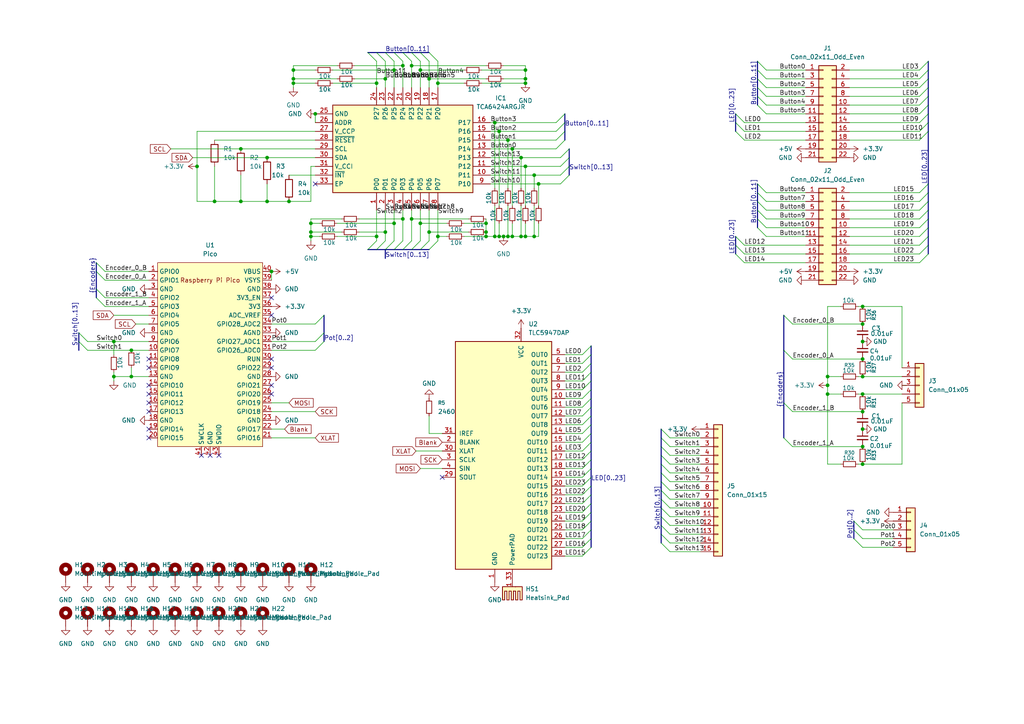
<source format=kicad_sch>
(kicad_sch (version 20250114) (generator "eeschema") (generator_version "9.0")
  (paper "A4")
  (bus_alias "Encoders" (members "Encoder_0_A" "Encoder_0_B" "Encoder_1_A" "Encoder_1_B"))
  (junction (at 250.19 114.3))
  (junction (at 250.19 104.14))
  (junction (at 152.4 24.13))
  (junction (at 127 24.13))
  (junction (at 140.97 64.77))
  (junction (at 119.38 19.05))
  (junction (at 144.78 38.1))
  (junction (at 151.13 68.58))
  (junction (at 69.85 43.18))
  (junction (at 109.22 68.58))
  (junction (at 116.84 19.05))
  (junction (at 78.74 78.74))
  (junction (at 85.09 20.32))
  (junction (at 38.1 101.6))
  (junction (at 148.59 43.18))
  (junction (at 77.47 45.72))
  (junction (at 250.19 109.22))
  (junction (at 111.76 22.86))
  (junction (at 156.21 53.34))
  (junction (at 77.47 58.42))
  (junction (at 250.19 93.98))
  (junction (at 152.4 68.58))
  (junction (at 240.03 109.22))
  (junction (at 147.32 40.64))
  (junction (at 154.94 68.58))
  (junction (at 250.19 129.54))
  (junction (at 250.19 134.62))
  (junction (at 114.3 20.32))
  (junction (at 33.02 99.06))
  (junction (at 91.44 33.02))
  (junction (at 143.51 35.56))
  (junction (at 250.19 88.9))
  (junction (at 114.3 64.77))
  (junction (at 33.02 109.22))
  (junction (at 151.13 45.72))
  (junction (at 250.19 99.06))
  (junction (at 116.84 63.5))
  (junction (at 90.17 67.31))
  (junction (at 85.09 24.13))
  (junction (at 148.59 68.58))
  (junction (at 38.1 109.22))
  (junction (at 124.46 67.31))
  (junction (at 127 68.58))
  (junction (at 152.4 48.26))
  (junction (at 57.15 48.26))
  (junction (at 90.17 68.58))
  (junction (at 121.92 64.77))
  (junction (at 119.38 63.5))
  (junction (at 140.97 67.31))
  (junction (at 152.4 20.32))
  (junction (at 111.76 67.31))
  (junction (at 83.82 58.42))
  (junction (at 121.92 20.32))
  (junction (at 62.23 58.42))
  (junction (at 90.17 64.77))
  (junction (at 146.05 68.58))
  (junction (at 85.09 22.86))
  (junction (at 69.85 58.42))
  (junction (at 250.19 119.38))
  (junction (at 109.22 24.13))
  (junction (at 154.94 50.8))
  (junction (at 140.97 68.58))
  (junction (at 152.4 22.86))
  (junction (at 143.51 68.58))
  (junction (at 147.32 68.58))
  (junction (at 240.03 114.3))
  (junction (at 144.78 68.58))
  (junction (at 124.46 22.86))
  (junction (at 250.19 124.46))
  (junction (at 240.03 111.76))
  (no_connect (at 60.96 132.08))
  (no_connect (at 128.27 138.43))
  (no_connect (at 43.18 114.3))
  (no_connect (at 78.74 104.14))
  (no_connect (at 43.18 127))
  (no_connect (at 58.42 132.08))
  (no_connect (at 43.18 116.84))
  (no_connect (at 43.18 104.14))
  (no_connect (at 91.44 53.34))
  (no_connect (at 43.18 124.46))
  (no_connect (at 63.5 132.08))
  (no_connect (at 43.18 106.68))
  (no_connect (at 78.74 91.44))
  (no_connect (at 78.74 114.3))
  (no_connect (at 43.18 119.38))
  (no_connect (at 78.74 111.76))
  (no_connect (at 78.74 86.36))
  (no_connect (at 78.74 106.68))
  (no_connect (at 43.18 111.76))
  (bus_entry (at 163.83 33.02) (size -2.54 2.54))
  (bus_entry (at 114.3 72.39) (size 2.54 -2.54))
  (bus_entry (at 219.71 66.04) (size 2.54 2.54))
  (bus_entry (at 269.24 58.42) (size -2.54 2.54))
  (bus_entry (at 171.45 115.57) (size -2.54 2.54))
  (bus_entry (at 191.77 127) (size 2.54 2.54))
  (bus_entry (at 191.77 144.78) (size 2.54 2.54))
  (bus_entry (at 171.45 128.27) (size -2.54 2.54))
  (bus_entry (at 219.71 22.86) (size 2.54 2.54))
  (bus_entry (at 269.24 22.86) (size -2.54 2.54))
  (bus_entry (at 269.24 68.58) (size -2.54 2.54))
  (bus_entry (at 163.83 38.1) (size -2.54 2.54))
  (bus_entry (at 269.24 35.56) (size -2.54 2.54))
  (bus_entry (at 114.3 15.24) (size 2.54 2.54))
  (bus_entry (at 247.65 156.21) (size 2.54 2.54))
  (bus_entry (at 191.77 157.48) (size 2.54 2.54))
  (bus_entry (at 171.45 107.95) (size -2.54 2.54))
  (bus_entry (at 191.77 137.16) (size 2.54 2.54))
  (bus_entry (at 269.24 30.48) (size -2.54 2.54))
  (bus_entry (at 269.24 60.96) (size -2.54 2.54))
  (bus_entry (at 171.45 153.67) (size -2.54 2.54))
  (bus_entry (at 171.45 102.87) (size -2.54 2.54))
  (bus_entry (at 219.71 17.78) (size 2.54 2.54))
  (bus_entry (at 27.94 83.82) (size 2.54 2.54))
  (bus_entry (at 165.1 43.18) (size -2.54 2.54))
  (bus_entry (at 191.77 154.94) (size 2.54 2.54))
  (bus_entry (at 269.24 73.66) (size -2.54 2.54))
  (bus_entry (at 27.94 78.74) (size 2.54 2.54))
  (bus_entry (at 165.1 50.8) (size -2.54 2.54))
  (bus_entry (at 227.33 127) (size 2.54 2.54))
  (bus_entry (at 171.45 123.19) (size -2.54 2.54))
  (bus_entry (at 191.77 129.54) (size 2.54 2.54))
  (bus_entry (at 124.46 72.39) (size 2.54 -2.54))
  (bus_entry (at 219.71 58.42) (size 2.54 2.54))
  (bus_entry (at 219.71 55.88) (size 2.54 2.54))
  (bus_entry (at 213.36 35.56) (size 2.54 2.54))
  (bus_entry (at 269.24 55.88) (size -2.54 2.54))
  (bus_entry (at 106.68 15.24) (size 2.54 2.54))
  (bus_entry (at 116.84 15.24) (size 2.54 2.54))
  (bus_entry (at 165.1 45.72) (size -2.54 2.54))
  (bus_entry (at 213.36 71.12) (size 2.54 2.54))
  (bus_entry (at 269.24 20.32) (size -2.54 2.54))
  (bus_entry (at 227.33 91.44) (size 2.54 2.54))
  (bus_entry (at 219.71 20.32) (size 2.54 2.54))
  (bus_entry (at 109.22 15.24) (size 2.54 2.54))
  (bus_entry (at 227.33 116.84) (size 2.54 2.54))
  (bus_entry (at 27.94 86.36) (size 2.54 2.54))
  (bus_entry (at 219.71 27.94) (size 2.54 2.54))
  (bus_entry (at 219.71 53.34) (size 2.54 2.54))
  (bus_entry (at 269.24 38.1) (size -2.54 2.54))
  (bus_entry (at 219.71 30.48) (size 2.54 2.54))
  (bus_entry (at 116.84 72.39) (size 2.54 -2.54))
  (bus_entry (at 219.71 60.96) (size 2.54 2.54))
  (bus_entry (at 191.77 134.62) (size 2.54 2.54))
  (bus_entry (at 219.71 25.4) (size 2.54 2.54))
  (bus_entry (at 213.36 38.1) (size 2.54 2.54))
  (bus_entry (at 165.1 48.26) (size -2.54 2.54))
  (bus_entry (at 27.94 76.2) (size 2.54 2.54))
  (bus_entry (at 111.76 72.39) (size 2.54 -2.54))
  (bus_entry (at 213.36 68.58) (size 2.54 2.54))
  (bus_entry (at 191.77 152.4) (size 2.54 2.54))
  (bus_entry (at 269.24 27.94) (size -2.54 2.54))
  (bus_entry (at 93.98 99.06) (size -2.54 2.54))
  (bus_entry (at 119.38 72.39) (size 2.54 -2.54))
  (bus_entry (at 171.45 151.13) (size -2.54 2.54))
  (bus_entry (at 93.98 96.52) (size -2.54 2.54))
  (bus_entry (at 191.77 132.08) (size 2.54 2.54))
  (bus_entry (at 163.83 40.64) (size -2.54 2.54))
  (bus_entry (at 121.92 15.24) (size 2.54 2.54))
  (bus_entry (at 171.45 125.73) (size -2.54 2.54))
  (bus_entry (at 171.45 105.41) (size -2.54 2.54))
  (bus_entry (at 171.45 146.05) (size -2.54 2.54))
  (bus_entry (at 269.24 33.02) (size -2.54 2.54))
  (bus_entry (at 191.77 147.32) (size 2.54 2.54))
  (bus_entry (at 219.71 63.5) (size 2.54 2.54))
  (bus_entry (at 171.45 148.59) (size -2.54 2.54))
  (bus_entry (at 109.22 72.39) (size 2.54 -2.54))
  (bus_entry (at 121.92 72.39) (size 2.54 -2.54))
  (bus_entry (at 171.45 135.89) (size -2.54 2.54))
  (bus_entry (at 191.77 142.24) (size 2.54 2.54))
  (bus_entry (at 269.24 71.12) (size -2.54 2.54))
  (bus_entry (at 213.36 73.66) (size 2.54 2.54))
  (bus_entry (at 269.24 66.04) (size -2.54 2.54))
  (bus_entry (at 171.45 100.33) (size -2.54 2.54))
  (bus_entry (at 171.45 133.35) (size -2.54 2.54))
  (bus_entry (at 191.77 149.86) (size 2.54 2.54))
  (bus_entry (at 213.36 33.02) (size 2.54 2.54))
  (bus_entry (at 247.65 153.67) (size 2.54 2.54))
  (bus_entry (at 171.45 113.03) (size -2.54 2.54))
  (bus_entry (at 22.86 96.52) (size 2.54 2.54))
  (bus_entry (at 111.76 15.24) (size 2.54 2.54))
  (bus_entry (at 269.24 17.78) (size -2.54 2.54))
  (bus_entry (at 171.45 140.97) (size -2.54 2.54))
  (bus_entry (at 171.45 130.81) (size -2.54 2.54))
  (bus_entry (at 106.68 72.39) (size 2.54 -2.54))
  (bus_entry (at 269.24 53.34) (size -2.54 2.54))
  (bus_entry (at 119.38 15.24) (size 2.54 2.54))
  (bus_entry (at 171.45 158.75) (size -2.54 2.54))
  (bus_entry (at 227.33 101.6) (size 2.54 2.54))
  (bus_entry (at 171.45 156.21) (size -2.54 2.54))
  (bus_entry (at 191.77 139.7) (size 2.54 2.54))
  (bus_entry (at 269.24 63.5) (size -2.54 2.54))
  (bus_entry (at 247.65 151.13) (size 2.54 2.54))
  (bus_entry (at 163.83 35.56) (size -2.54 2.54))
  (bus_entry (at 269.24 25.4) (size -2.54 2.54))
  (bus_entry (at 93.98 91.44) (size -2.54 2.54))
  (bus_entry (at 191.77 124.46) (size 2.54 2.54))
  (bus_entry (at 22.86 99.06) (size 2.54 2.54))
  (bus_entry (at 124.46 15.24) (size 2.54 2.54))
  (bus_entry (at 171.45 110.49) (size -2.54 2.54))
  (bus_entry (at 171.45 118.11) (size -2.54 2.54))
  (bus_entry (at 171.45 138.43) (size -2.54 2.54))
  (bus_entry (at 171.45 120.65) (size -2.54 2.54))
  (bus_entry (at 171.45 143.51) (size -2.54 2.54))
  (wire (pts (xy 246.38 27.94) (xy 266.7 27.94)))
  (wire (pts (xy 163.83 113.03) (xy 168.91 113.03)))
  (bus (pts (xy 22.86 99.06) (xy 22.86 101.6)))
  (bus (pts (xy 114.3 15.24) (xy 116.84 15.24)))
  (bus (pts (xy 269.24 58.42) (xy 269.24 60.96)))
  (wire (pts (xy 78.74 116.84) (xy 83.82 116.84)))
  (bus (pts (xy 219.71 63.5) (xy 219.71 66.04)))
  (wire (pts (xy 151.13 45.72) (xy 151.13 54.61)))
  (bus (pts (xy 171.45 100.33) (xy 171.45 102.87)))
  (wire (pts (xy 91.44 38.1) (xy 57.15 38.1)))
  (wire (pts (xy 85.09 20.32) (xy 85.09 22.86)))
  (bus (pts (xy 269.24 30.48) (xy 269.24 33.02)))
  (wire (pts (xy 91.44 93.98) (xy 78.74 93.98)))
  (wire (pts (xy 163.83 161.29) (xy 168.91 161.29)))
  (wire (pts (xy 85.09 22.86) (xy 97.79 22.86)))
  (wire (pts (xy 240.03 88.9) (xy 240.03 109.22)))
  (wire (pts (xy 262.89 111.76) (xy 261.62 111.76)))
  (bus (pts (xy 22.86 96.52) (xy 22.86 99.06)))
  (wire (pts (xy 163.83 143.51) (xy 168.91 143.51)))
  (wire (pts (xy 90.17 63.5) (xy 90.17 64.77)))
  (bus (pts (xy 269.24 35.56) (xy 269.24 38.1)))
  (wire (pts (xy 62.23 40.64) (xy 91.44 40.64)))
  (bus (pts (xy 191.77 139.7) (xy 191.77 142.24)))
  (wire (pts (xy 163.83 110.49) (xy 168.91 110.49)))
  (wire (pts (xy 246.38 35.56) (xy 266.7 35.56)))
  (wire (pts (xy 147.32 40.64) (xy 161.29 40.64)))
  (bus (pts (xy 171.45 138.43) (xy 171.45 140.97)))
  (wire (pts (xy 194.31 134.62) (xy 203.2 134.62)))
  (bus (pts (xy 116.84 15.24) (xy 119.38 15.24)))
  (wire (pts (xy 102.87 22.86) (xy 111.76 22.86)))
  (bus (pts (xy 269.24 71.12) (xy 269.24 73.66)))
  (wire (pts (xy 33.02 109.22) (xy 33.02 110.49)))
  (bus (pts (xy 171.45 102.87) (xy 171.45 105.41)))
  (wire (pts (xy 140.97 68.58) (xy 143.51 68.58)))
  (wire (pts (xy 194.31 157.48) (xy 203.2 157.48)))
  (bus (pts (xy 106.68 72.39) (xy 109.22 72.39)))
  (bus (pts (xy 269.24 68.58) (xy 269.24 71.12)))
  (bus (pts (xy 171.45 120.65) (xy 171.45 123.19)))
  (wire (pts (xy 163.83 130.81) (xy 168.91 130.81)))
  (wire (pts (xy 25.4 99.06) (xy 33.02 99.06)))
  (wire (pts (xy 127 68.58) (xy 129.54 68.58)))
  (wire (pts (xy 261.62 106.68) (xy 261.62 88.9)))
  (wire (pts (xy 96.52 24.13) (xy 109.22 24.13)))
  (wire (pts (xy 144.78 38.1) (xy 161.29 38.1)))
  (wire (pts (xy 119.38 19.05) (xy 119.38 25.4)))
  (wire (pts (xy 78.74 124.46) (xy 82.55 124.46)))
  (wire (pts (xy 33.02 109.22) (xy 33.02 107.95)))
  (wire (pts (xy 163.83 156.21) (xy 168.91 156.21)))
  (wire (pts (xy 38.1 109.22) (xy 43.18 109.22)))
  (wire (pts (xy 148.59 64.77) (xy 148.59 68.58)))
  (wire (pts (xy 144.78 68.58) (xy 146.05 68.58)))
  (wire (pts (xy 78.74 99.06) (xy 91.44 99.06)))
  (wire (pts (xy 148.59 68.58) (xy 151.13 68.58)))
  (bus (pts (xy 163.83 33.02) (xy 163.83 35.56)))
  (bus (pts (xy 171.45 140.97) (xy 171.45 143.51)))
  (wire (pts (xy 246.38 25.4) (xy 266.7 25.4)))
  (wire (pts (xy 109.22 69.85) (xy 109.22 68.58)))
  (wire (pts (xy 147.32 40.64) (xy 147.32 54.61)))
  (wire (pts (xy 143.51 35.56) (xy 161.29 35.56)))
  (bus (pts (xy 171.45 110.49) (xy 171.45 113.03)))
  (bus (pts (xy 171.45 143.51) (xy 171.45 146.05)))
  (wire (pts (xy 152.4 48.26) (xy 162.56 48.26)))
  (wire (pts (xy 120.65 130.81) (xy 128.27 130.81)))
  (bus (pts (xy 219.71 55.88) (xy 219.71 58.42)))
  (wire (pts (xy 156.21 53.34) (xy 162.56 53.34)))
  (wire (pts (xy 194.31 152.4) (xy 203.2 152.4)))
  (wire (pts (xy 124.46 17.78) (xy 124.46 22.86)))
  (wire (pts (xy 229.87 129.54) (xy 250.19 129.54)))
  (wire (pts (xy 85.09 20.32) (xy 91.44 20.32)))
  (bus (pts (xy 116.84 72.39) (xy 119.38 72.39)))
  (bus (pts (xy 163.83 38.1) (xy 163.83 40.64)))
  (bus (pts (xy 247.65 151.13) (xy 247.65 153.67)))
  (bus (pts (xy 165.1 48.26) (xy 165.1 50.8)))
  (wire (pts (xy 163.83 107.95) (xy 168.91 107.95)))
  (wire (pts (xy 240.03 109.22) (xy 240.03 111.76)))
  (bus (pts (xy 191.77 137.16) (xy 191.77 139.7)))
  (wire (pts (xy 222.25 58.42) (xy 233.68 58.42)))
  (wire (pts (xy 240.03 134.62) (xy 243.84 134.62)))
  (wire (pts (xy 229.87 104.14) (xy 250.19 104.14)))
  (wire (pts (xy 215.9 40.64) (xy 233.68 40.64)))
  (wire (pts (xy 124.46 67.31) (xy 124.46 60.96)))
  (wire (pts (xy 124.46 67.31) (xy 135.89 67.31)))
  (wire (pts (xy 229.87 119.38) (xy 250.19 119.38)))
  (wire (pts (xy 96.52 20.32) (xy 114.3 20.32)))
  (wire (pts (xy 222.25 22.86) (xy 233.68 22.86)))
  (bus (pts (xy 171.45 130.81) (xy 171.45 133.35)))
  (wire (pts (xy 261.62 109.22) (xy 250.19 109.22)))
  (bus (pts (xy 171.45 151.13) (xy 171.45 153.67)))
  (wire (pts (xy 142.24 45.72) (xy 151.13 45.72)))
  (bus (pts (xy 191.77 124.46) (xy 191.77 127)))
  (wire (pts (xy 121.92 17.78) (xy 121.92 20.32)))
  (wire (pts (xy 246.38 63.5) (xy 266.7 63.5)))
  (wire (pts (xy 144.78 64.77) (xy 144.78 68.58)))
  (wire (pts (xy 90.17 64.77) (xy 92.71 64.77)))
  (wire (pts (xy 90.17 48.26) (xy 91.44 48.26)))
  (wire (pts (xy 222.25 60.96) (xy 233.68 60.96)))
  (wire (pts (xy 152.4 19.05) (xy 152.4 20.32)))
  (wire (pts (xy 246.38 58.42) (xy 266.7 58.42)))
  (bus (pts (xy 165.1 45.72) (xy 165.1 48.26)))
  (wire (pts (xy 116.84 17.78) (xy 116.84 19.05)))
  (wire (pts (xy 261.62 116.84) (xy 261.62 134.62)))
  (wire (pts (xy 78.74 78.74) (xy 78.74 81.28)))
  (bus (pts (xy 219.71 25.4) (xy 219.71 27.94)))
  (bus (pts (xy 119.38 15.24) (xy 121.92 15.24)))
  (bus (pts (xy 27.94 78.74) (xy 27.94 83.82)))
  (wire (pts (xy 142.24 35.56) (xy 143.51 35.56)))
  (wire (pts (xy 78.74 119.38) (xy 91.44 119.38)))
  (bus (pts (xy 191.77 127) (xy 191.77 129.54)))
  (wire (pts (xy 142.24 40.64) (xy 147.32 40.64)))
  (wire (pts (xy 124.46 120.65) (xy 124.46 125.73)))
  (bus (pts (xy 93.98 96.52) (xy 93.98 99.06)))
  (wire (pts (xy 246.38 76.2) (xy 266.7 76.2)))
  (wire (pts (xy 163.83 151.13) (xy 168.91 151.13)))
  (wire (pts (xy 246.38 71.12) (xy 266.7 71.12)))
  (wire (pts (xy 77.47 53.34) (xy 77.47 58.42)))
  (wire (pts (xy 222.25 63.5) (xy 233.68 63.5)))
  (wire (pts (xy 248.92 109.22) (xy 250.19 109.22)))
  (wire (pts (xy 77.47 58.42) (xy 83.82 58.42)))
  (wire (pts (xy 163.83 133.35) (xy 168.91 133.35)))
  (wire (pts (xy 55.88 45.72) (xy 77.47 45.72)))
  (wire (pts (xy 109.22 24.13) (xy 109.22 25.4)))
  (wire (pts (xy 127 17.78) (xy 127 24.13)))
  (bus (pts (xy 111.76 72.39) (xy 114.3 72.39)))
  (wire (pts (xy 151.13 68.58) (xy 152.4 68.58)))
  (wire (pts (xy 114.3 60.96) (xy 114.3 64.77)))
  (wire (pts (xy 116.84 19.05) (xy 116.84 25.4)))
  (wire (pts (xy 124.46 22.86) (xy 140.97 22.86)))
  (wire (pts (xy 62.23 48.26) (xy 62.23 58.42)))
  (wire (pts (xy 163.83 158.75) (xy 168.91 158.75)))
  (wire (pts (xy 116.84 63.5) (xy 116.84 69.85)))
  (bus (pts (xy 27.94 83.82) (xy 27.94 86.36)))
  (wire (pts (xy 90.17 58.42) (xy 90.17 48.26)))
  (bus (pts (xy 269.24 17.78) (xy 269.24 20.32)))
  (wire (pts (xy 156.21 68.58) (xy 156.21 64.77)))
  (bus (pts (xy 213.36 33.02) (xy 213.36 35.56)))
  (wire (pts (xy 261.62 88.9) (xy 250.19 88.9)))
  (wire (pts (xy 85.09 24.13) (xy 85.09 25.4)))
  (wire (pts (xy 91.44 33.02) (xy 91.44 35.56)))
  (wire (pts (xy 154.94 68.58) (xy 156.21 68.58)))
  (wire (pts (xy 104.14 63.5) (xy 116.84 63.5)))
  (wire (pts (xy 30.48 81.28) (xy 43.18 81.28)))
  (bus (pts (xy 114.3 72.39) (xy 116.84 72.39)))
  (wire (pts (xy 250.19 156.21) (xy 259.08 156.21)))
  (bus (pts (xy 171.45 128.27) (xy 171.45 130.81)))
  (bus (pts (xy 191.77 154.94) (xy 191.77 157.48)))
  (bus (pts (xy 171.45 115.57) (xy 171.45 118.11)))
  (wire (pts (xy 49.53 43.18) (xy 69.85 43.18)))
  (wire (pts (xy 119.38 17.78) (xy 119.38 19.05)))
  (bus (pts (xy 191.77 152.4) (xy 191.77 154.94)))
  (wire (pts (xy 163.83 153.67) (xy 168.91 153.67)))
  (wire (pts (xy 25.4 101.6) (xy 38.1 101.6)))
  (bus (pts (xy 191.77 149.86) (xy 191.77 152.4)))
  (bus (pts (xy 121.92 15.24) (xy 124.46 15.24)))
  (wire (pts (xy 194.31 147.32) (xy 203.2 147.32)))
  (bus (pts (xy 171.45 135.89) (xy 171.45 138.43)))
  (wire (pts (xy 163.83 120.65) (xy 168.91 120.65)))
  (wire (pts (xy 163.83 125.73) (xy 168.91 125.73)))
  (wire (pts (xy 248.92 88.9) (xy 250.19 88.9)))
  (wire (pts (xy 194.31 144.78) (xy 203.2 144.78)))
  (wire (pts (xy 194.31 127) (xy 203.2 127)))
  (wire (pts (xy 124.46 22.86) (xy 124.46 25.4)))
  (wire (pts (xy 127 60.96) (xy 127 68.58)))
  (wire (pts (xy 194.31 132.08) (xy 203.2 132.08)))
  (bus (pts (xy 219.71 22.86) (xy 219.71 25.4)))
  (wire (pts (xy 111.76 17.78) (xy 111.76 22.86)))
  (wire (pts (xy 246.38 68.58) (xy 266.7 68.58)))
  (wire (pts (xy 90.17 67.31) (xy 99.06 67.31)))
  (wire (pts (xy 85.09 24.13) (xy 91.44 24.13)))
  (wire (pts (xy 140.97 64.77) (xy 140.97 67.31)))
  (bus (pts (xy 269.24 55.88) (xy 269.24 58.42)))
  (wire (pts (xy 142.24 43.18) (xy 148.59 43.18)))
  (wire (pts (xy 215.9 38.1) (xy 233.68 38.1)))
  (wire (pts (xy 127 24.13) (xy 127 25.4)))
  (wire (pts (xy 222.25 33.02) (xy 233.68 33.02)))
  (wire (pts (xy 30.48 86.36) (xy 43.18 86.36)))
  (wire (pts (xy 57.15 58.42) (xy 57.15 48.26)))
  (wire (pts (xy 246.38 38.1) (xy 266.7 38.1)))
  (wire (pts (xy 246.38 30.48) (xy 266.7 30.48)))
  (bus (pts (xy 219.71 27.94) (xy 219.71 30.48)))
  (bus (pts (xy 111.76 74.93) (xy 111.76 72.39)))
  (wire (pts (xy 143.51 68.58) (xy 144.78 68.58)))
  (wire (pts (xy 33.02 91.44) (xy 43.18 91.44)))
  (wire (pts (xy 250.19 153.67) (xy 259.08 153.67)))
  (wire (pts (xy 194.31 149.86) (xy 203.2 149.86)))
  (wire (pts (xy 163.83 146.05) (xy 168.91 146.05)))
  (bus (pts (xy 191.77 147.32) (xy 191.77 149.86)))
  (wire (pts (xy 152.4 20.32) (xy 152.4 22.86)))
  (wire (pts (xy 215.9 73.66) (xy 233.68 73.66)))
  (wire (pts (xy 114.3 64.77) (xy 114.3 69.85)))
  (wire (pts (xy 111.76 60.96) (xy 111.76 67.31)))
  (bus (pts (xy 269.24 60.96) (xy 269.24 63.5)))
  (wire (pts (xy 121.92 135.89) (xy 128.27 135.89)))
  (wire (pts (xy 163.83 115.57) (xy 168.91 115.57)))
  (wire (pts (xy 240.03 111.76) (xy 240.03 114.3)))
  (wire (pts (xy 194.31 160.02) (xy 203.2 160.02)))
  (wire (pts (xy 38.1 106.68) (xy 38.1 109.22)))
  (wire (pts (xy 215.9 71.12) (xy 233.68 71.12)))
  (bus (pts (xy 191.77 129.54) (xy 191.77 132.08)))
  (wire (pts (xy 154.94 50.8) (xy 154.94 54.61)))
  (bus (pts (xy 219.71 20.32) (xy 219.71 22.86)))
  (bus (pts (xy 191.77 132.08) (xy 191.77 134.62)))
  (wire (pts (xy 163.83 140.97) (xy 168.91 140.97)))
  (wire (pts (xy 124.46 69.85) (xy 124.46 67.31)))
  (wire (pts (xy 194.31 129.54) (xy 203.2 129.54)))
  (wire (pts (xy 119.38 63.5) (xy 119.38 60.96)))
  (bus (pts (xy 213.36 35.56) (xy 213.36 38.1)))
  (wire (pts (xy 143.51 35.56) (xy 143.51 54.61)))
  (wire (pts (xy 146.05 19.05) (xy 152.4 19.05)))
  (wire (pts (xy 163.83 148.59) (xy 168.91 148.59)))
  (wire (pts (xy 143.51 59.69) (xy 143.51 68.58)))
  (wire (pts (xy 30.48 78.74) (xy 43.18 78.74)))
  (wire (pts (xy 85.09 22.86) (xy 85.09 24.13)))
  (wire (pts (xy 78.74 127) (xy 91.44 127)))
  (wire (pts (xy 97.79 64.77) (xy 114.3 64.77)))
  (wire (pts (xy 215.9 35.56) (xy 233.68 35.56)))
  (bus (pts (xy 269.24 27.94) (xy 269.24 30.48)))
  (wire (pts (xy 152.4 48.26) (xy 152.4 59.69)))
  (bus (pts (xy 171.45 123.19) (xy 171.45 125.73)))
  (wire (pts (xy 152.4 22.86) (xy 152.4 24.13)))
  (wire (pts (xy 246.38 40.64) (xy 266.7 40.64)))
  (wire (pts (xy 250.19 158.75) (xy 259.08 158.75)))
  (bus (pts (xy 269.24 63.5) (xy 269.24 66.04)))
  (bus (pts (xy 269.24 20.32) (xy 269.24 22.86)))
  (bus (pts (xy 27.94 76.2) (xy 27.94 78.74)))
  (bus (pts (xy 106.68 15.24) (xy 109.22 15.24)))
  (wire (pts (xy 246.38 55.88) (xy 266.7 55.88)))
  (bus (pts (xy 121.92 72.39) (xy 124.46 72.39)))
  (bus (pts (xy 165.1 43.18) (xy 165.1 45.72)))
  (bus (pts (xy 119.38 72.39) (xy 121.92 72.39)))
  (wire (pts (xy 250.19 114.3) (xy 261.62 114.3)))
  (wire (pts (xy 90.17 64.77) (xy 90.17 67.31)))
  (bus (pts (xy 269.24 53.34) (xy 269.24 55.88)))
  (wire (pts (xy 222.25 27.94) (xy 233.68 27.94)))
  (wire (pts (xy 134.62 68.58) (xy 140.97 68.58)))
  (bus (pts (xy 269.24 33.02) (xy 269.24 35.56)))
  (wire (pts (xy 121.92 64.77) (xy 121.92 60.96)))
  (wire (pts (xy 111.76 22.86) (xy 111.76 25.4)))
  (wire (pts (xy 139.7 20.32) (xy 152.4 20.32)))
  (wire (pts (xy 127 24.13) (xy 134.62 24.13)))
  (bus (pts (xy 219.71 58.42) (xy 219.71 60.96)))
  (wire (pts (xy 69.85 43.18) (xy 91.44 43.18)))
  (wire (pts (xy 119.38 63.5) (xy 135.89 63.5)))
  (bus (pts (xy 171.45 156.21) (xy 171.45 158.75)))
  (wire (pts (xy 163.83 138.43) (xy 168.91 138.43)))
  (bus (pts (xy 213.36 71.12) (xy 213.36 73.66)))
  (wire (pts (xy 83.82 50.8) (xy 91.44 50.8)))
  (wire (pts (xy 163.83 128.27) (xy 168.91 128.27)))
  (bus (pts (xy 171.45 146.05) (xy 171.45 148.59)))
  (bus (pts (xy 171.45 118.11) (xy 171.45 120.65)))
  (bus (pts (xy 111.76 15.24) (xy 114.3 15.24)))
  (wire (pts (xy 90.17 68.58) (xy 92.71 68.58)))
  (wire (pts (xy 246.38 20.32) (xy 266.7 20.32)))
  (wire (pts (xy 139.7 24.13) (xy 152.4 24.13)))
  (wire (pts (xy 154.94 59.69) (xy 154.94 68.58)))
  (wire (pts (xy 38.1 101.6) (xy 43.18 101.6)))
  (wire (pts (xy 151.13 45.72) (xy 162.56 45.72)))
  (wire (pts (xy 148.59 43.18) (xy 161.29 43.18)))
  (wire (pts (xy 163.83 105.41) (xy 168.91 105.41)))
  (wire (pts (xy 114.3 17.78) (xy 114.3 20.32)))
  (bus (pts (xy 171.45 133.35) (xy 171.45 135.89)))
  (wire (pts (xy 246.38 22.86) (xy 266.7 22.86)))
  (wire (pts (xy 246.38 66.04) (xy 266.7 66.04)))
  (wire (pts (xy 102.87 19.05) (xy 116.84 19.05)))
  (wire (pts (xy 69.85 58.42) (xy 77.47 58.42)))
  (wire (pts (xy 246.38 60.96) (xy 266.7 60.96)))
  (wire (pts (xy 222.25 55.88) (xy 233.68 55.88)))
  (wire (pts (xy 229.87 93.98) (xy 250.19 93.98)))
  (wire (pts (xy 222.25 66.04) (xy 233.68 66.04)))
  (bus (pts (xy 269.24 38.1) (xy 269.24 53.34)))
  (wire (pts (xy 151.13 59.69) (xy 151.13 68.58)))
  (wire (pts (xy 109.22 60.96) (xy 109.22 68.58)))
  (wire (pts (xy 246.38 33.02) (xy 266.7 33.02)))
  (bus (pts (xy 109.22 72.39) (xy 111.76 72.39)))
  (bus (pts (xy 219.71 60.96) (xy 219.71 63.5)))
  (wire (pts (xy 116.84 60.96) (xy 116.84 63.5)))
  (wire (pts (xy 215.9 76.2) (xy 233.68 76.2)))
  (wire (pts (xy 69.85 50.8) (xy 69.85 58.42)))
  (bus (pts (xy 171.45 107.95) (xy 171.45 110.49)))
  (wire (pts (xy 97.79 19.05) (xy 85.09 19.05)))
  (wire (pts (xy 152.4 68.58) (xy 154.94 68.58)))
  (bus (pts (xy 269.24 66.04) (xy 269.24 68.58)))
  (wire (pts (xy 85.09 19.05) (xy 85.09 20.32)))
  (wire (pts (xy 142.24 48.26) (xy 152.4 48.26)))
  (wire (pts (xy 222.25 20.32) (xy 233.68 20.32)))
  (wire (pts (xy 194.31 154.94) (xy 203.2 154.94)))
  (wire (pts (xy 240.03 114.3) (xy 240.03 134.62)))
  (wire (pts (xy 163.83 123.19) (xy 168.91 123.19)))
  (bus (pts (xy 171.45 105.41) (xy 171.45 107.95)))
  (wire (pts (xy 39.37 93.98) (xy 43.18 93.98)))
  (wire (pts (xy 146.05 22.86) (xy 152.4 22.86)))
  (wire (pts (xy 154.94 50.8) (xy 162.56 50.8)))
  (wire (pts (xy 240.03 109.22) (xy 243.84 109.22)))
  (wire (pts (xy 156.21 53.34) (xy 156.21 59.69)))
  (bus (pts (xy 269.24 22.86) (xy 269.24 25.4)))
  (wire (pts (xy 142.24 50.8) (xy 154.94 50.8)))
  (wire (pts (xy 90.17 68.58) (xy 90.17 69.85)))
  (wire (pts (xy 140.97 63.5) (xy 140.97 64.77)))
  (wire (pts (xy 163.83 135.89) (xy 168.91 135.89)))
  (wire (pts (xy 144.78 38.1) (xy 144.78 59.69)))
  (wire (pts (xy 127 68.58) (xy 127 69.85)))
  (wire (pts (xy 33.02 99.06) (xy 33.02 102.87)))
  (wire (pts (xy 111.76 67.31) (xy 111.76 69.85)))
  (wire (pts (xy 146.05 68.58) (xy 147.32 68.58)))
  (bus (pts (xy 163.83 35.56) (xy 163.83 38.1)))
  (wire (pts (xy 147.32 59.69) (xy 147.32 68.58)))
  (wire (pts (xy 194.31 137.16) (xy 203.2 137.16)))
  (wire (pts (xy 104.14 67.31) (xy 111.76 67.31)))
  (wire (pts (xy 57.15 58.42) (xy 62.23 58.42)))
  (bus (pts (xy 219.71 17.78) (xy 219.71 20.32)))
  (wire (pts (xy 90.17 67.31) (xy 90.17 68.58)))
  (wire (pts (xy 243.84 114.3) (xy 240.03 114.3)))
  (wire (pts (xy 128.27 125.73) (xy 124.46 125.73)))
  (wire (pts (xy 33.02 99.06) (xy 43.18 99.06)))
  (bus (pts (xy 227.33 91.44) (xy 227.33 101.6)))
  (bus (pts (xy 93.98 91.44) (xy 93.98 96.52)))
  (wire (pts (xy 57.15 38.1) (xy 57.15 48.26)))
  (wire (pts (xy 91.44 101.6) (xy 78.74 101.6)))
  (wire (pts (xy 97.79 68.58) (xy 109.22 68.58)))
  (wire (pts (xy 248.92 114.3) (xy 250.19 114.3)))
  (wire (pts (xy 121.92 20.32) (xy 121.92 25.4)))
  (wire (pts (xy 148.59 43.18) (xy 148.59 59.69)))
  (wire (pts (xy 222.25 30.48) (xy 233.68 30.48)))
  (wire (pts (xy 83.82 58.42) (xy 90.17 58.42)))
  (bus (pts (xy 247.65 153.67) (xy 247.65 156.21)))
  (wire (pts (xy 222.25 25.4) (xy 233.68 25.4)))
  (bus (pts (xy 191.77 142.24) (xy 191.77 144.78)))
  (wire (pts (xy 163.83 102.87) (xy 168.91 102.87)))
  (bus (pts (xy 171.45 153.67) (xy 171.45 156.21)))
  (bus (pts (xy 213.36 68.58) (xy 213.36 71.12)))
  (bus (pts (xy 191.77 144.78) (xy 191.77 147.32)))
  (wire (pts (xy 152.4 64.77) (xy 152.4 68.58)))
  (wire (pts (xy 121.92 69.85) (xy 121.92 64.77)))
  (bus (pts (xy 219.71 53.34) (xy 219.71 55.88)))
  (bus (pts (xy 227.33 101.6) (xy 227.33 116.84)))
  (bus (pts (xy 109.22 15.24) (xy 111.76 15.24)))
  (wire (pts (xy 119.38 19.05) (xy 140.97 19.05)))
  (wire (pts (xy 119.38 69.85) (xy 119.38 63.5)))
  (wire (pts (xy 194.31 139.7) (xy 203.2 139.7)))
  (bus (pts (xy 171.45 113.03) (xy 171.45 115.57)))
  (wire (pts (xy 222.25 68.58) (xy 233.68 68.58)))
  (wire (pts (xy 243.84 88.9) (xy 240.03 88.9)))
  (wire (pts (xy 77.47 45.72) (xy 91.44 45.72)))
  (wire (pts (xy 30.48 88.9) (xy 43.18 88.9)))
  (wire (pts (xy 121.92 20.32) (xy 134.62 20.32)))
  (bus (pts (xy 191.77 134.62) (xy 191.77 137.16)))
  (wire (pts (xy 140.97 67.31) (xy 140.97 68.58)))
  (bus (pts (xy 171.45 125.73) (xy 171.45 128.27)))
  (bus (pts (xy 171.45 148.59) (xy 171.45 151.13)))
  (wire (pts (xy 114.3 20.32) (xy 114.3 25.4)))
  (wire (pts (xy 142.24 53.34) (xy 156.21 53.34)))
  (wire (pts (xy 163.83 118.11) (xy 168.91 118.11)))
  (wire (pts (xy 38.1 109.22) (xy 33.02 109.22)))
  (wire (pts (xy 261.62 134.62) (xy 250.19 134.62)))
  (wire (pts (xy 99.06 63.5) (xy 90.17 63.5)))
  (wire (pts (xy 248.92 134.62) (xy 250.19 134.62)))
  (wire (pts (xy 147.32 68.58) (xy 148.59 68.58)))
  (wire (pts (xy 62.23 58.42) (xy 69.85 58.42)))
  (wire (pts (xy 142.24 38.1) (xy 144.78 38.1)))
  (wire (pts (xy 109.22 17.78) (xy 109.22 24.13)))
  (wire (pts (xy 121.92 64.77) (xy 129.54 64.77)))
  (wire (pts (xy 194.31 142.24) (xy 203.2 142.24)))
  (wire (pts (xy 246.38 73.66) (xy 266.7 73.66)))
  (wire (pts (xy 134.62 64.77) (xy 140.97 64.77)))
  (bus (pts (xy 227.33 116.84) (xy 227.33 127)))
  (bus (pts (xy 269.24 25.4) (xy 269.24 27.94)))
  (label "LED18" (at 163.83 153.67 0))
  (label "LED5" (at 163.83 125.73 0))
  (label "Switch13" (at 142.24 45.72 0))
  (label "LED0" (at 215.9 35.56 0))
  (label "Button5" (at 226.06 33.02 0))
  (label "LED2" (at 215.9 40.64 0))
  (label "LED7" (at 261.62 30.48 0))
  (label "Button[0..11]" (at 163.83 36.83 0))
  (label "Switch10" (at 195.58 152.4 0))
  (label "LED2" (at 163.83 107.95 0))
  (label "{Encoders}" (at 27.94 85.09 90))
  (label "LED4" (at 163.83 128.27 0))
  (label "Switch4" (at 114.3 60.96 0))
  (label "Button2" (at 226.06 25.4 0))
  (label "Switch8" (at 195.58 147.32 0))
  (label "Switch[0..13]" (at 111.76 74.93 0))
  (label "Button6" (at 226.06 55.88 0))
  (label "LED14" (at 215.9 76.2 0))
  (label "LED18" (at 259.08 63.5 0))
  (label "Switch5" (at 195.58 139.7 0))
  (label "LED3" (at 163.83 130.81 0))
  (label "Button7" (at 119.38 22.86 0))
  (label "LED21" (at 163.83 146.05 0))
  (label "LED9" (at 163.83 115.57 0))
  (label "Switch11" (at 195.58 154.94 0))
  (label "Switch2" (at 109.22 62.23 0))
  (label "LED1" (at 163.83 105.41 0))
  (label "Button[0..11]" (at 219.71 64.77 90))
  (label "Encoder_0_B" (at 229.87 93.98 0))
  (label "Switch[0..13]" (at 191.77 153.67 90))
  (label "Button10" (at 111.76 22.86 0))
  (label "LED11" (at 163.83 110.49 0))
  (label "LED22" (at 259.08 73.66 0))
  (label "LED21" (at 259.08 71.12 0))
  (label "LED0" (at 163.83 102.87 0))
  (label "Button2" (at 142.24 38.1 0))
  (label "Switch6" (at 195.58 142.24 0))
  (label "LED1" (at 215.9 38.1 0))
  (label "{Encoders}" (at 227.33 118.11 90))
  (label "Switch7" (at 121.92 60.96 0))
  (label "LED13" (at 215.9 73.66 0))
  (label "Pot2" (at 78.74 101.6 0))
  (label "Encoder_1_A" (at 30.48 88.9 0))
  (label "Button3" (at 226.06 27.94 0))
  (label "Switch1" (at 195.58 129.54 0))
  (label "Button[0..11]" (at 219.71 30.48 90))
  (label "LED9" (at 261.62 35.56 0))
  (label "Pot0" (at 255.27 153.67 0))
  (label "Encoder_0_B" (at 30.48 78.74 0))
  (label "LED23" (at 259.08 76.2 0))
  (label "Switch13" (at 195.58 160.02 0))
  (label "LED13" (at 163.83 135.89 0))
  (label "LED[0..23]" (at 269.24 53.34 90))
  (label "Switch2" (at 195.58 132.08 0))
  (label "Pot[0..2]" (at 93.98 99.06 0))
  (label "Switch9" (at 195.58 149.86 0))
  (label "Button5" (at 124.46 22.86 0))
  (label "LED20" (at 163.83 148.59 0))
  (label "LED3" (at 261.62 20.32 0))
  (label "LED6" (at 163.83 123.19 0))
  (label "LED8" (at 261.62 33.02 0))
  (label "Button0" (at 142.24 43.18 0))
  (label "LED19" (at 163.83 151.13 0))
  (label "LED14" (at 163.83 138.43 0))
  (label "LED6" (at 261.62 27.94 0))
  (label "LED15" (at 259.08 55.88 0))
  (label "LED12" (at 163.83 133.35 0))
  (label "LED19" (at 259.08 66.04 0))
  (label "Button10" (at 226.06 66.04 0))
  (label "Button[0..11]" (at 111.76 15.24 0))
  (label "LED4" (at 261.62 22.86 0))
  (label "Switch4" (at 195.58 137.16 0))
  (label "Switch12" (at 142.24 48.26 0))
  (label "Switch12" (at 195.58 157.48 0))
  (label "LED22" (at 163.83 143.51 0))
  (label "LED23" (at 163.83 140.97 0))
  (label "Button3" (at 142.24 35.56 0))
  (label "LED12" (at 215.9 71.12 0))
  (label "LED10" (at 163.83 113.03 0))
  (label "LED[0..23]" (at 213.36 35.56 90))
  (label "LED[0..23]" (at 213.36 73.66 90))
  (label "Button9" (at 114.3 22.86 0))
  (label "LED8" (at 163.83 118.11 0))
  (label "Pot[0..2]" (at 247.65 156.21 90))
  (label "Button1" (at 226.06 22.86 0))
  (label "Switch3" (at 111.76 60.96 0))
  (label "Pot1" (at 255.27 156.21 0))
  (label "Button8" (at 116.84 22.86 0))
  (label "Pot0" (at 78.74 93.98 0))
  (label "Encoder_0_A" (at 30.48 81.28 0))
  (label "LED10" (at 261.62 38.1 0))
  (label "LED15" (at 163.83 161.29 0))
  (label "Switch0" (at 27.94 99.06 0))
  (label "Button6" (at 121.92 22.86 0))
  (label "Button4" (at 226.06 30.48 0))
  (label "Switch0" (at 195.58 127 0))
  (label "Encoder_1_B" (at 229.87 119.38 0))
  (label "LED17" (at 259.08 60.96 0))
  (label "Encoder_1_A" (at 229.87 129.54 0))
  (label "Button9" (at 226.06 63.5 0))
  (label "Switch7" (at 195.58 144.78 0))
  (label "LED16" (at 259.08 58.42 0))
  (label "Switch[0..13]" (at 22.86 100.33 90))
  (label "Button8" (at 226.06 60.96 0))
  (label "Switch1" (at 27.94 101.6 0))
  (label "Encoder_1_B" (at 30.48 86.36 0))
  (label "Switch3" (at 195.58 134.62 0))
  (label "Button1" (at 142.24 40.64 0))
  (label "LED11" (at 261.62 40.64 0))
  (label "Button11" (at 109.22 21.59 0))
  (label "LED5" (at 261.62 25.4 0))
  (label "Button4" (at 127 21.59 0))
  (label "LED[0..23]" (at 171.45 139.7 0))
  (label "LED17" (at 163.83 156.21 0))
  (label "Switch9" (at 127 62.23 0))
  (label "Switch11" (at 142.24 50.8 0))
  (label "Switch[0..13]" (at 165.1 49.53 0))
  (label "Pot1" (at 78.74 99.06 0))
  (label "LED16" (at 163.83 158.75 0))
  (label "LED7" (at 163.83 120.65 0))
  (label "Switch10" (at 142.24 53.34 0))
  (label "Button7" (at 226.06 58.42 0))
  (label "LED20" (at 259.08 68.58 0))
  (label "Switch8" (at 124.46 60.96 0))
  (label "Button11" (at 226.06 68.58 0))
  (label "Pot2" (at 255.27 158.75 0))
  (label "Encoder_0_A" (at 229.87 104.14 0))
  (label "Switch5" (at 116.84 60.96 0))
  (label "Switch6" (at 119.38 60.96 0))
  (label "Button0" (at 226.06 20.32 0))
  (global_label "MOSI" (shape input) (at 121.92 135.89 180) (property "Intersheetrefs" "${INTERSHEET_REFS}" (effects (hide yes))))
  (global_label "SDA" (shape input) (at 55.88 45.72 180) (property "Intersheetrefs" "${INTERSHEET_REFS}" (effects (hide yes))))
  (global_label "XLAT" (shape input) (at 91.44 127 0) (property "Intersheetrefs" "${INTERSHEET_REFS}" (effects (hide yes))))
  (global_label "MOSI" (shape input) (at 83.82 116.84 0) (property "Intersheetrefs" "${INTERSHEET_REFS}" (effects (hide yes))))
  (global_label "SCK" (shape input) (at 91.44 119.38 0) (property "Intersheetrefs" "${INTERSHEET_REFS}" (effects (hide yes))))
  (global_label "SCK" (shape input) (at 128.27 133.35 180) (property "Intersheetrefs" "${INTERSHEET_REFS}" (effects (hide yes))))
  (global_label "Blank" (shape input) (at 128.27 128.27 180) (property "Intersheetrefs" "${INTERSHEET_REFS}" (effects (hide yes))))
  (global_label "XLAT" (shape input) (at 120.65 130.81 180) (property "Intersheetrefs" "${INTERSHEET_REFS}" (effects (hide yes))))
  (global_label "SCL" (shape input) (at 49.53 43.18 180) (property "Intersheetrefs" "${INTERSHEET_REFS}" (effects (hide yes))))
  (global_label "Blank" (shape input) (at 82.55 124.46 0) (property "Intersheetrefs" "${INTERSHEET_REFS}" (effects (hide yes))))
  (global_label "SDA" (shape input) (at 33.02 91.44 180) (property "Intersheetrefs" "${INTERSHEET_REFS}" (effects (hide yes))))
  (global_label "SCL" (shape input) (at 39.37 93.98 180) (property "Intersheetrefs" "${INTERSHEET_REFS}" (effects (hide yes))))
  (symbol (lib_id "Device:R") (at 62.23 44.45 0) (unit 1)
    (property "Reference" "R1" (at 64.77 43.1799 0) (effects (justify left)))
    (property "Value" "10k" (at 64.77 45.7199 0) (effects (justify left)))
    (property "Footprint" "Resistor_SMD:R_0805_2012Metric" (effects (hide yes)))
    (property "Description" "Resistor" (effects (hide yes)))
  )
  (symbol (lib_id "Connector_Generic:Conn_02x11_Odd_Even") (at 238.76 68.58 0) (unit 1)
    (property "Reference" "J2" (at 240.03 49.53 0))
    (property "Value" "Conn_02x11_Odd_Even" (at 240.03 52.07 0))
    (property "Footprint" "Connector_PinHeader_2.54mm:PinHeader_2x11_P2.54mm_Vertical" (effects (hide yes)))
    (property "Description" "Generic connector, double row, 02x11, odd/even pin numbering scheme (row 1 odd numbers, row 2 even numbers), script generated (kicad-library-utils/schlib/autogen/connector/)" (effects (hide yes)))
  )
  (symbol (lib_id "power:GND") (at 31.75 181.61 0) (unit 1)
    (property "Reference" "#PWR027" (effects (hide yes)))
    (property "Value" "GND" (at 31.75 186.69 0))
    (property "Description" "Power symbol creates a global label with name \"GND\" , ground" (effects (hide yes)))
  )
  (symbol (lib_id "power:GND") (at 83.82 168.91 0) (unit 1)
    (property "Reference" "#PWR023" (effects (hide yes)))
    (property "Value" "GND" (at 83.82 173.99 0))
    (property "Description" "Power symbol creates a global label with name \"GND\" , ground" (effects (hide yes)))
  )
  (symbol (lib_id "power:GND") (at 143.51 168.91 0) (unit 1)
    (property "Reference" "#PWR012" (effects (hide yes)))
    (property "Value" "GND" (at 143.51 173.99 0))
    (property "Description" "Power symbol creates a global label with name \"GND\" , ground" (effects (hide yes)))
  )
  (symbol (lib_id "Mechanical:MountingHole_Pad") (at 90.17 166.37 0) (unit 1) (in_bom no)
    (property "Reference" "H12" (at 92.71 163.8299 0) (effects (justify left)))
    (property "Value" "MountingHole_Pad" (at 92.71 166.3699 0) (effects (justify left)))
    (property "Footprint" "MountingHole:MountingHole_3.2mm_M3_DIN965_Pad" (effects (hide yes)))
    (property "Description" "Mounting Hole with connection" (effects (hide yes)))
  )
  (symbol (lib_id "Device:R_Small") (at 100.33 22.86 270) (unit 1)
    (property "Reference" "R16" (effects (hide yes)))
    (property "Value" "10k" (at 100.584 24.638 90))
    (property "Footprint" "Resistor_SMD:R_0805_2012Metric" (effects (hide yes)))
    (property "Description" "Resistor, small symbol" (effects (hide yes)))
  )
  (symbol (lib_id "Device:R_Small") (at 144.78 62.23 180) (unit 1)
    (property "Reference" "R9" (effects (hide yes)))
    (property "Value" "10k" (at 143.002 62.484 90))
    (property "Footprint" "Resistor_SMD:R_0805_2012Metric" (effects (hide yes)))
    (property "Description" "Resistor, small symbol" (effects (hide yes)))
  )
  (symbol (lib_id "power:+3.3V") (at 57.15 48.26 90) (unit 1)
    (property "Reference" "#PWR02" (effects (hide yes)))
    (property "Value" "+3.3V" (at 53.34 48.2599 90) (effects (justify left)))
    (property "Description" "Power symbol creates a global label with name \"+3.3V\"" (effects (hide yes)))
  )
  (symbol (lib_id "Device:R_Small") (at 143.51 57.15 180) (unit 1)
    (property "Reference" "R6" (effects (hide yes)))
    (property "Value" "10k" (at 141.732 57.404 90))
    (property "Footprint" "Resistor_SMD:R_0805_2012Metric" (effects (hide yes)))
    (property "Description" "Resistor, small symbol" (effects (hide yes)))
  )
  (symbol (lib_id "Device:R_Small") (at 93.98 20.32 270) (unit 1)
    (property "Reference" "R14" (effects (hide yes)))
    (property "Value" "10k" (at 94.234 22.098 90))
    (property "Footprint" "Resistor_SMD:R_0805_2012Metric" (effects (hide yes)))
    (property "Description" "Resistor, small symbol" (effects (hide yes)))
  )
  (symbol (lib_id "Device:R_Small") (at 246.38 114.3 90) (unit 1)
    (property "Reference" "R32" (effects (hide yes)))
    (property "Value" "10k" (at 246.126 112.522 90))
    (property "Footprint" "Resistor_SMD:R_0805_2012Metric" (effects (hide yes)))
    (property "Description" "Resistor, small symbol" (effects (hide yes)))
  )
  (symbol (lib_id "Connector_Generic:Conn_01x05") (at 266.7 111.76 0) (unit 1)
    (property "Reference" "J3" (at 269.24 110.4899 0) (effects (justify left)))
    (property "Value" "Conn_01x05" (at 269.24 113.0299 0) (effects (justify left)))
    (property "Footprint" "Connector_PinHeader_2.54mm:PinHeader_1x05_P2.54mm_Vertical" (effects (hide yes)))
    (property "Description" "Generic connector, single row, 01x05, script generated (kicad-library-utils/schlib/autogen/connector/)" (effects (hide yes)))
  )
  (symbol (lib_id "power:GND") (at 78.74 83.82 90) (unit 1)
    (property "Reference" "#PWR07" (effects (hide yes)))
    (property "Value" "GND" (at 82.55 83.8199 90) (effects (justify right)))
    (property "Description" "Power symbol creates a global label with name \"GND\" , ground" (effects (hide yes)))
  )
  (symbol (lib_id "Mechanical:MountingHole_Pad") (at 31.75 166.37 0) (unit 1) (in_bom no)
    (property "Reference" "H3" (at 34.29 163.8299 0) (effects (justify left)))
    (property "Value" "MountingHole_Pad" (at 34.29 166.3699 0) (effects (justify left)))
    (property "Footprint" "MountingHole:MountingHole_3.2mm_M3_DIN965_Pad" (effects (hide yes)))
    (property "Description" "Mounting Hole with connection" (effects (hide yes)))
  )
  (symbol (lib_id "power:GND") (at 262.89 111.76 270) (unit 1)
    (property "Reference" "#PWR038" (effects (hide yes)))
    (property "Value" "GND" (at 259.08 111.7599 90) (effects (justify right)))
    (property "Description" "Power symbol creates a global label with name \"GND\" , ground" (effects (hide yes)))
  )
  (symbol (lib_id "power:GND") (at 33.02 110.49 0) (unit 1)
    (property "Reference" "#PWR04" (effects (hide yes)))
    (property "Value" "GND" (at 35.56 111.7599 0) (effects (justify left)))
    (property "Description" "Power symbol creates a global label with name \"GND\" , ground" (effects (hide yes)))
  )
  (symbol (lib_id "power:GND") (at 259.08 148.59 270) (unit 1)
    (property "Reference" "#PWR042" (effects (hide yes)))
    (property "Value" "GND" (at 255.27 148.5899 90) (effects (justify right)))
    (property "Description" "Power symbol creates a global label with name \"GND\" , ground" (effects (hide yes)))
  )
  (symbol (lib_id "power:GND") (at 44.45 168.91 0) (unit 1)
    (property "Reference" "#PWR017" (effects (hide yes)))
    (property "Value" "GND" (at 44.45 173.99 0))
    (property "Description" "Power symbol creates a global label with name \"GND\" , ground" (effects (hide yes)))
  )
  (symbol (lib_id "Device:C_Small") (at 250.19 96.52 0) (unit 1)
    (property "Reference" "C3" (at 252.73 95.25 0) (effects (justify left)))
    (property "Value" "0.01uF" (at 252.476 96.774 0) (effects (justify left)))
    (property "Footprint" "Capacitor_SMD:C_0805_2012Metric" (effects (hide yes)))
    (property "Description" "Unpolarized capacitor, small symbol" (effects (hide yes)))
  )
  (symbol (lib_id "Device:R_Small") (at 101.6 67.31 270) (unit 1)
    (property "Reference" "R25" (effects (hide yes)))
    (property "Value" "10k" (at 101.854 69.088 90))
    (property "Footprint" "Resistor_SMD:R_0805_2012Metric" (effects (hide yes)))
    (property "Description" "Resistor, small symbol" (effects (hide yes)))
  )
  (symbol (lib_id "Mechanical:MountingHole_Pad") (at 44.45 166.37 0) (unit 1) (in_bom no)
    (property "Reference" "H5" (at 46.99 163.8299 0) (effects (justify left)))
    (property "Value" "MountingHole_Pad" (at 46.99 166.3699 0) (effects (justify left)))
    (property "Footprint" "MountingHole:MountingHole_3.2mm_M3_DIN965_Pad" (effects (hide yes)))
    (property "Description" "Mounting Hole with connection" (effects (hide yes)))
  )
  (symbol (lib_id "power:GND") (at 44.45 181.61 0) (unit 1)
    (property "Reference" "#PWR029" (effects (hide yes)))
    (property "Value" "GND" (at 44.45 186.69 0))
    (property "Description" "Power symbol creates a global label with name \"GND\" , ground" (effects (hide yes)))
  )
  (symbol (lib_id "power:GND") (at 146.05 68.58 0) (unit 1)
    (property "Reference" "#PWR036" (effects (hide yes)))
    (property "Value" "GND" (at 146.05 73.66 0))
    (property "Description" "Power symbol creates a global label with name \"GND\" , ground" (effects (hide yes)))
  )
  (symbol (lib_id "Device:R_Small") (at 137.16 20.32 270) (unit 1)
    (property "Reference" "R18" (effects (hide yes)))
    (property "Value" "10k" (at 137.414 22.098 90))
    (property "Footprint" "Resistor_SMD:R_0805_2012Metric" (effects (hide yes)))
    (property "Description" "Resistor, small symbol" (effects (hide yes)))
  )
  (symbol (lib_id "Control_Panel_Symbols:Pico") (at 60.96 102.87 0) (unit 1)
    (property "Reference" "U1" (at 60.96 71.12 0))
    (property "Value" "Pico" (at 60.96 73.66 0))
    (property "Footprint" "Control_Panel_Footprints:RPi_Pico_SMD_TH" (effects (hide yes)))
  )
  (symbol (lib_id "power:GND") (at 25.4 181.61 0) (unit 1)
    (property "Reference" "#PWR026" (effects (hide yes)))
    (property "Value" "GND" (at 25.4 186.69 0))
    (property "Description" "Power symbol creates a global label with name \"GND\" , ground" (effects (hide yes)))
  )
  (symbol (lib_id "Connector_Generic:Conn_01x15") (at 208.28 142.24 0) (unit 1)
    (property "Reference" "J5" (at 210.82 140.9699 0) (effects (justify left)))
    (property "Value" "Conn_01x15" (at 210.82 143.5099 0) (effects (justify left)))
    (property "Footprint" "Connector_PinHeader_2.54mm:PinHeader_1x15_P2.54mm_Vertical" (effects (hide yes)))
    (property "Description" "Generic connector, single row, 01x15, script generated (kicad-library-utils/schlib/autogen/connector/)" (effects (hide yes)))
  )
  (symbol (lib_id "power:GND") (at 246.38 81.28 90) (unit 1)
    (property "Reference" "#PWR052" (effects (hide yes)))
    (property "Value" "GND" (at 250.19 81.2799 90) (effects (justify right)))
    (property "Description" "Power symbol creates a global label with name \"GND\" , ground" (effects (hide yes)))
  )
  (symbol (lib_id "power:GND") (at 50.8 181.61 0) (unit 1)
    (property "Reference" "#PWR030" (effects (hide yes)))
    (property "Value" "GND" (at 50.8 186.69 0))
    (property "Description" "Power symbol creates a global label with name \"GND\" , ground" (effects (hide yes)))
  )
  (symbol (lib_id "Mechanical:MountingHole_Pad") (at 83.82 166.37 0) (unit 1) (in_bom no)
    (property "Reference" "H11" (at 86.36 163.8299 0) (effects (justify left)))
    (property "Value" "MountingHole_Pad" (at 86.36 166.3699 0) (effects (justify left)))
    (property "Footprint" "MountingHole:MountingHole_3.2mm_M3_DIN965_Pad" (effects (hide yes)))
    (property "Description" "Mounting Hole with connection" (effects (hide yes)))
  )
  (symbol (lib_id "Mechanical:Heatsink_Pad") (at 148.59 171.45 180) (unit 1)
    (property "Reference" "HS1" (at 152.4 170.8149 0) (effects (justify right)))
    (property "Value" "Heatsink_Pad" (at 152.4 173.3549 0) (effects (justify right)))
    (property "Footprint" "Control_Panel_Footprints:Heat Sink" (effects (hide yes)))
    (property "Description" "Heatsink with electrical connection, 1 pin" (effects (hide yes)))
  )
  (symbol (lib_id "power:GND") (at 90.17 69.85 0) (unit 1)
    (property "Reference" "#PWR055" (effects (hide yes)))
    (property "Value" "GND" (at 90.17 74.93 0))
    (property "Description" "Power symbol creates a global label with name \"GND\" , ground" (effects (hide yes)))
  )
  (symbol (lib_id "power:GND") (at 31.75 168.91 0) (unit 1)
    (property "Reference" "#PWR015" (effects (hide yes)))
    (property "Value" "GND" (at 31.75 173.99 0))
    (property "Description" "Power symbol creates a global label with name \"GND\" , ground" (effects (hide yes)))
  )
  (symbol (lib_id "power:GND") (at 25.4 168.91 0) (unit 1)
    (property "Reference" "#PWR014" (effects (hide yes)))
    (property "Value" "GND" (at 25.4 173.99 0))
    (property "Description" "Power symbol creates a global label with name \"GND\" , ground" (effects (hide yes)))
  )
  (symbol (lib_id "Device:R_Small") (at 33.02 105.41 0) (unit 1)
    (property "Reference" "R38" (effects (hide yes)))
    (property "Value" "10k" (at 34.798 105.156 90))
    (property "Footprint" "Resistor_SMD:R_0805_2012Metric" (effects (hide yes)))
    (property "Description" "Resistor, small symbol" (effects (hide yes)))
  )
  (symbol (lib_id "Device:R_Small") (at 250.19 132.08 0) (unit 1)
    (property "Reference" "R33" (at 253.492 132.08 90) (effects (font (size 1.016 1.016))))
    (property "Value" "10k" (at 251.968 131.826 90))
    (property "Footprint" "Resistor_SMD:R_0805_2012Metric" (effects (hide yes)))
    (property "Description" "Resistor, small symbol" (effects (hide yes)))
  )
  (symbol (lib_id "Device:R_Small") (at 246.38 134.62 90) (unit 1)
    (property "Reference" "R30" (at 246.38 131.318 90) (effects (font (size 1.016 1.016))))
    (property "Value" "10k" (at 246.126 132.842 90))
    (property "Footprint" "Resistor_SMD:R_0805_2012Metric" (effects (hide yes)))
    (property "Description" "Resistor, small symbol" (effects (hide yes)))
  )
  (symbol (lib_id "power:+3.3V") (at 151.13 95.25 0) (unit 1)
    (property "Reference" "#PWR045" (effects (hide yes)))
    (property "Value" "+3.3V" (at 151.13 90.17 0))
    (property "Description" "Power symbol creates a global label with name \"+3.3V\"" (effects (hide yes)))
  )
  (symbol (lib_id "power:GND") (at 250.19 124.46 90) (unit 1)
    (property "Reference" "#PWR053" (effects (hide yes)))
    (property "Value" "GND" (at 253.238 124.46 90) (effects (justify right)))
    (property "Description" "Power symbol creates a global label with name \"GND\" , ground" (effects (hide yes)))
  )
  (symbol (lib_id "Mechanical:MountingHole_Pad") (at 25.4 166.37 0) (unit 1) (in_bom no)
    (property "Reference" "H2" (at 27.94 163.8299 0) (effects (justify left)))
    (property "Value" "MountingHole_Pad" (at 27.94 166.3699 0) (effects (justify left)))
    (property "Footprint" "MountingHole:MountingHole_3.2mm_M3_DIN965_Pad" (effects (hide yes)))
    (property "Description" "Mounting Hole with connection" (effects (hide yes)))
  )
  (symbol (lib_id "power:+3.3V") (at 259.08 151.13 90) (unit 1)
    (property "Reference" "#PWR039" (effects (hide yes)))
    (property "Value" "+3.3V" (at 255.27 151.1299 90) (effects (justify left)))
    (property "Description" "Power symbol creates a global label with name \"+3.3V\"" (effects (hide yes)))
  )
  (symbol (lib_id "Mechanical:MountingHole_Pad") (at 57.15 179.07 0) (unit 1) (in_bom no)
    (property "Reference" "H19" (at 59.69 176.5299 0) (effects (justify left)))
    (property "Value" "MountingHole_Pad" (at 59.69 179.0699 0) (effects (justify left)))
    (property "Footprint" "MountingHole:MountingHole_3.2mm_M3_DIN965_Pad" (effects (hide yes)))
    (property "Description" "Mounting Hole with connection" (effects (hide yes)))
  )
  (symbol (lib_id "power:+3.3V") (at 78.74 88.9 270) (unit 1)
    (property "Reference" "#PWR01" (effects (hide yes)))
    (property "Value" "+3.3V" (at 82.55 88.8999 90) (effects (justify left)))
    (property "Description" "Power symbol creates a global label with name \"+3.3V\"" (effects (hide yes)))
  )
  (symbol (lib_id "Mechanical:MountingHole_Pad") (at 50.8 166.37 0) (unit 1) (in_bom no)
    (property "Reference" "H6" (at 53.34 163.8299 0) (effects (justify left)))
    (property "Value" "MountingHole_Pad" (at 53.34 166.3699 0) (effects (justify left)))
    (property "Footprint" "MountingHole:MountingHole_3.2mm_M3_DIN965_Pad" (effects (hide yes)))
    (property "Description" "Mounting Hole with connection" (effects (hide yes)))
  )
  (symbol (lib_id "Mechanical:MountingHole_Pad") (at 63.5 179.07 0) (unit 1) (in_bom no)
    (property "Reference" "H20" (at 66.04 176.5299 0) (effects (justify left)))
    (property "Value" "MountingHole_Pad" (at 66.04 179.0699 0) (effects (justify left)))
    (property "Footprint" "MountingHole:MountingHole_3.2mm_M3_DIN965_Pad" (effects (hide yes)))
    (property "Description" "Mounting Hole with connection" (effects (hide yes)))
  )
  (symbol (lib_id "Device:R_Small") (at 250.19 106.68 0) (unit 1)
    (property "Reference" "R37" (at 253.492 106.68 90) (effects (font (size 1.016 1.016))))
    (property "Value" "10k" (at 251.968 106.426 90))
    (property "Footprint" "Resistor_SMD:R_0805_2012Metric" (effects (hide yes)))
    (property "Description" "Resistor, small symbol" (effects (hide yes)))
  )
  (symbol (lib_id "Device:R") (at 77.47 49.53 0) (unit 1)
    (property "Reference" "R3" (at 80.01 48.2599 0) (effects (justify left)))
    (property "Value" "10k" (at 78.74 50.7999 0) (effects (justify left)))
    (property "Footprint" "Resistor_SMD:R_0805_2012Metric" (effects (hide yes)))
    (property "Description" "Resistor" (effects (hide yes)))
  )
  (symbol (lib_id "power:+5V") (at 233.68 43.18 90) (unit 1)
    (property "Reference" "#PWR044" (effects (hide yes)))
    (property "Value" "+5V" (at 229.87 43.1799 90) (effects (justify left)))
    (property "Description" "Power symbol creates a global label with name \"+5V\"" (effects (hide yes)))
  )
  (symbol (lib_id "power:GND") (at 85.09 25.4 0) (unit 1)
    (property "Reference" "#PWR056" (effects (hide yes)))
    (property "Value" "GND" (at 85.09 30.48 0))
    (property "Description" "Power symbol creates a global label with name \"GND\" , ground" (effects (hide yes)))
  )
  (symbol (lib_id "power:GND") (at 233.68 45.72 270) (unit 1)
    (property "Reference" "#PWR047" (effects (hide yes)))
    (property "Value" "GND" (at 229.87 45.7199 90) (effects (justify right)))
    (property "Description" "Power symbol creates a global label with name \"GND\" , ground" (effects (hide yes)))
  )
  (symbol (lib_id "Connector_Generic:Conn_01x05") (at 264.16 153.67 0) (unit 1)
    (property "Reference" "J4" (at 266.7 152.3999 0) (effects (justify left)))
    (property "Value" "Conn_01x05" (at 266.7 154.9399 0) (effects (justify left)))
    (property "Footprint" "Connector_PinHeader_2.54mm:PinHeader_1x05_P2.54mm_Vertical" (effects (hide yes)))
    (property "Description" "Generic connector, single row, 01x05, script generated (kicad-library-utils/schlib/autogen/connector/)" (effects (hide yes)))
  )
  (symbol (lib_id "power:GND") (at 69.85 181.61 0) (unit 1)
    (property "Reference" "#PWR033" (effects (hide yes)))
    (property "Value" "GND" (at 69.85 186.69 0))
    (property "Description" "Power symbol creates a global label with name \"GND\" , ground" (effects (hide yes)))
  )
  (symbol (lib_id "Device:R_Small") (at 147.32 57.15 180) (unit 1)
    (property "Reference" "R7" (effects (hide yes)))
    (property "Value" "10k" (at 145.542 57.404 90))
    (property "Footprint" "Resistor_SMD:R_0805_2012Metric" (effects (hide yes)))
    (property "Description" "Resistor, small symbol" (effects (hide yes)))
  )
  (symbol (lib_id "Device:R_Small") (at 100.33 19.05 270) (unit 1)
    (property "Reference" "R15" (effects (hide yes)))
    (property "Value" "10k" (at 100.584 20.828 90))
    (property "Footprint" "Resistor_SMD:R_0805_2012Metric" (effects (hide yes)))
    (property "Description" "Resistor, small symbol" (effects (hide yes)))
  )
  (symbol (lib_id "power:GND") (at 50.8 168.91 0) (unit 1)
    (property "Reference" "#PWR018" (effects (hide yes)))
    (property "Value" "GND" (at 50.8 173.99 0))
    (property "Description" "Power symbol creates a global label with name \"GND\" , ground" (effects (hide yes)))
  )
  (symbol (lib_id "Mechanical:MountingHole_Pad") (at 38.1 179.07 0) (unit 1) (in_bom no)
    (property "Reference" "H16" (at 40.64 176.5299 0) (effects (justify left)))
    (property "Value" "MountingHole_Pad" (at 40.64 179.0699 0) (effects (justify left)))
    (property "Footprint" "MountingHole:MountingHole_3.2mm_M3_DIN965_Pad" (effects (hide yes)))
    (property "Description" "Mounting Hole with connection" (effects (hide yes)))
  )
  (symbol (lib_id "power:GND") (at 19.05 181.61 0) (unit 1)
    (property "Reference" "#PWR025" (effects (hide yes)))
    (property "Value" "GND" (at 19.05 186.69 0))
    (property "Description" "Power symbol creates a global label with name \"GND\" , ground" (effects (hide yes)))
  )
  (symbol (lib_id "Mechanical:MountingHole_Pad") (at 19.05 166.37 0) (unit 1) (in_bom no)
    (property "Reference" "H1" (at 21.59 163.8299 0) (effects (justify left)))
    (property "Value" "MountingHole_Pad" (at 21.59 166.3699 0) (effects (justify left)))
    (property "Footprint" "MountingHole:MountingHole_3.2mm_M3_DIN965_Pad" (effects (hide yes)))
    (property "Description" "Mounting Hole with connection" (effects (hide yes)))
  )
  (symbol (lib_id "Mechanical:MountingHole_Pad") (at 38.1 166.37 0) (unit 1) (in_bom no)
    (property "Reference" "H4" (at 40.64 163.8299 0) (effects (justify left)))
    (property "Value" "MountingHole_Pad" (at 40.64 166.3699 0) (effects (justify left)))
    (property "Footprint" "MountingHole:MountingHole_3.2mm_M3_DIN965_Pad" (effects (hide yes)))
    (property "Description" "Mounting Hole with connection" (effects (hide yes)))
  )
  (symbol (lib_id "Device:R_Small") (at 132.08 68.58 270) (unit 1)
    (property "Reference" "R27" (effects (hide yes)))
    (property "Value" "10k" (at 132.334 70.358 90))
    (property "Footprint" "Resistor_SMD:R_0805_2012Metric" (effects (hide yes)))
    (property "Description" "Resistor, small symbol" (effects (hide yes)))
  )
  (symbol (lib_id "Device:R_Small") (at 132.08 64.77 270) (unit 1)
    (property "Reference" "R26" (effects (hide yes)))
    (property "Value" "10k" (at 132.334 66.548 90))
    (property "Footprint" "Resistor_SMD:R_0805_2012Metric" (effects (hide yes)))
    (property "Description" "Resistor, small symbol" (effects (hide yes)))
  )
  (symbol (lib_id "Device:C_Small") (at 250.19 121.92 0) (unit 1)
    (property "Reference" "C1" (at 252.73 120.65 0) (effects (justify left)))
    (property "Value" "0.01uF" (at 252.476 122.174 0) (effects (justify left)))
    (property "Footprint" "Capacitor_SMD:C_0805_2012Metric" (effects (hide yes)))
    (property "Description" "Unpolarized capacitor, small symbol" (effects (hide yes)))
  )
  (symbol (lib_id "Connector_Generic:Conn_02x11_Odd_Even") (at 238.76 33.02 0) (unit 1)
    (property "Reference" "J1" (at 240.03 13.97 0))
    (property "Value" "Conn_02x11_Odd_Even" (at 240.03 16.51 0))
    (property "Footprint" "Connector_PinHeader_2.54mm:PinHeader_2x11_P2.54mm_Vertical" (effects (hide yes)))
    (property "Description" "Generic connector, double row, 02x11, odd/even pin numbering scheme (row 1 odd numbers, row 2 even numbers), script generated (kicad-library-utils/schlib/autogen/connector/)" (effects (hide yes)))
  )
  (symbol (lib_id "power:GND") (at 63.5 181.61 0) (unit 1)
    (property "Reference" "#PWR032" (effects (hide yes)))
    (property "Value" "GND" (at 63.5 186.69 0))
    (property "Description" "Power symbol creates a global label with name \"GND\" , ground" (effects (hide yes)))
  )
  (symbol (lib_id "Device:R_Small") (at 101.6 63.5 270) (unit 1)
    (property "Reference" "R24" (effects (hide yes)))
    (property "Value" "10k" (at 101.854 65.278 90))
    (property "Footprint" "Resistor_SMD:R_0805_2012Metric" (effects (hide yes)))
    (property "Description" "Resistor, small symbol" (effects (hide yes)))
  )
  (symbol (lib_id "Device:R_Small") (at 138.43 63.5 270) (unit 1)
    (property "Reference" "R28" (effects (hide yes)))
    (property "Value" "10k" (at 138.684 65.278 90))
    (property "Footprint" "Resistor_SMD:R_0805_2012Metric" (effects (hide yes)))
    (property "Description" "Resistor, small symbol" (effects (hide yes)))
  )
  (symbol (lib_id "Mechanical:MountingHole_Pad") (at 63.5 166.37 0) (unit 1) (in_bom no)
    (property "Reference" "H8" (at 66.04 163.8299 0) (effects (justify left)))
    (property "Value" "MountingHole_Pad" (at 66.04 166.3699 0) (effects (justify left)))
    (property "Footprint" "MountingHole:MountingHole_3.2mm_M3_DIN965_Pad" (effects (hide yes)))
    (property "Description" "Mounting Hole with connection" (effects (hide yes)))
  )
  (symbol (lib_id "power:GND") (at 76.2 181.61 0) (unit 1)
    (property "Reference" "#PWR034" (effects (hide yes)))
    (property "Value" "GND" (at 76.2 186.69 0))
    (property "Description" "Power symbol creates a global label with name \"GND\" , ground" (effects (hide yes)))
  )
  (symbol (lib_id "Device:R_Small") (at 93.98 24.13 270) (unit 1)
    (property "Reference" "R17" (effects (hide yes)))
    (property "Value" "10k" (at 94.234 25.908 90))
    (property "Footprint" "Resistor_SMD:R_0805_2012Metric" (effects (hide yes)))
    (property "Description" "Resistor, small symbol" (effects (hide yes)))
  )
  (symbol (lib_id "power:GND") (at 38.1 168.91 0) (unit 1)
    (property "Reference" "#PWR016" (effects (hide yes)))
    (property "Value" "GND" (at 38.1 173.99 0))
    (property "Description" "Power symbol creates a global label with name \"GND\" , ground" (effects (hide yes)))
  )
  (symbol (lib_id "Device:R_Small") (at 38.1 104.14 0) (unit 1)
    (property "Reference" "R39" (effects (hide yes)))
    (property "Value" "10k" (at 39.878 103.886 90))
    (property "Footprint" "Resistor_SMD:R_0805_2012Metric" (effects (hide yes)))
    (property "Description" "Resistor, small symbol" (effects (hide yes)))
  )
  (symbol (lib_id "Mechanical:MountingHole_Pad") (at 25.4 179.07 0) (unit 1) (in_bom no)
    (property "Reference" "H14" (at 27.94 176.5299 0) (effects (justify left)))
    (property "Value" "MountingHole_Pad" (at 27.94 179.0699 0) (effects (justify left)))
    (property "Footprint" "MountingHole:MountingHole_3.2mm_M3_DIN965_Pad" (effects (hide yes)))
    (property "Description" "Mounting Hole with connection" (effects (hide yes)))
  )
  (symbol (lib_id "Control_Panel_Symbols:TCA6424ARGJR") (at 109.22 60.96 90) (unit 1)
    (property "Reference" "IC1" (at 145.288 28.448 90))
    (property "Value" "TCA6424ARGJR" (at 145.288 30.988 90))
    (property "Footprint" "Control_Panel_Footprints:QFN50P500X500X60-33N-D" (effects (hide yes)))
    (property "Datasheet" "http://www.ti.com/lit/ds/symlink/tca6424a.pdf" (effects (hide yes)))
    (property "Description" "TCA6424ARGJR, Input Output Controller, 32-Pin UQFN" (effects (hide yes)))
    (property "Height" "0.6" (effects (hide yes)))
    (property "Mouser Part Number" "595-TCA6424ARGJR" (effects (hide yes)))
    (property "Mouser Price/Stock" "https://www.mouser.co.uk/ProductDetail/Texas-Instruments/TCA6424ARGJR?qs=Ze4%2FuFuz19LzqLgNFpYqlQ%3D%3D" (effects (hide yes)))
    (property "Manufacturer_Name" "Texas Instruments" (effects (hide yes)))
    (property "Manufacturer_Part_Number" "TCA6424ARGJR" (effects (hide yes)))
  )
  (symbol (lib_id "Mechanical:MountingHole_Pad") (at 44.45 179.07 0) (unit 1) (in_bom no)
    (property "Reference" "H17" (at 46.99 176.5299 0) (effects (justify left)))
    (property "Value" "MountingHole_Pad" (at 46.99 179.0699 0) (effects (justify left)))
    (property "Footprint" "MountingHole:MountingHole_3.2mm_M3_DIN965_Pad" (effects (hide yes)))
    (property "Description" "Mounting Hole with connection" (effects (hide yes)))
  )
  (symbol (lib_id "Device:R_Small") (at 246.38 88.9 90) (unit 1)
    (property "Reference" "R34" (effects (hide yes)))
    (property "Value" "10k" (at 246.126 87.122 90))
    (property "Footprint" "Resistor_SMD:R_0805_2012Metric" (effects (hide yes)))
    (property "Description" "Resistor, small symbol" (effects (hide yes)))
  )
  (symbol (lib_id "Device:C_Small") (at 250.19 101.6 0) (unit 1)
    (property "Reference" "C4" (at 252.222 101.854 0) (effects (justify left)))
    (property "Value" "0.01uF" (at 252.222 103.886 0) (effects (justify left)))
    (property "Footprint" "Capacitor_SMD:C_0805_2012Metric" (effects (hide yes)))
    (property "Description" "Unpolarized capacitor, small symbol" (effects (hide yes)))
  )
  (symbol (lib_id "Mechanical:MountingHole_Pad") (at 57.15 166.37 0) (unit 1) (in_bom no)
    (property "Reference" "H7" (at 59.69 163.8299 0) (effects (justify left)))
    (property "Value" "MountingHole_Pad" (at 59.69 166.3699 0) (effects (justify left)))
    (property "Footprint" "MountingHole:MountingHole_3.2mm_M3_DIN965_Pad" (effects (hide yes)))
    (property "Description" "Mounting Hole with connection" (effects (hide yes)))
  )
  (symbol (lib_id "power:GND") (at 63.5 168.91 0) (unit 1)
    (property "Reference" "#PWR020" (effects (hide yes)))
    (property "Value" "GND" (at 63.5 173.99 0))
    (property "Description" "Power symbol creates a global label with name \"GND\" , ground" (effects (hide yes)))
  )
  (symbol (lib_id "Device:R_Small") (at 250.19 91.44 0) (unit 1)
    (property "Reference" "R36" (at 253.492 91.44 90) (effects (font (size 1.016 1.016))))
    (property "Value" "10k" (at 251.968 91.186 90))
    (property "Footprint" "Resistor_SMD:R_0805_2012Metric" (effects (hide yes)))
    (property "Description" "Resistor, small symbol" (effects (hide yes)))
  )
  (symbol (lib_id "power:GND") (at 57.15 168.91 0) (unit 1)
    (property "Reference" "#PWR019" (effects (hide yes)))
    (property "Value" "GND" (at 57.15 173.99 0))
    (property "Description" "Power symbol creates a global label with name \"GND\" , ground" (effects (hide yes)))
  )
  (symbol (lib_id "Mechanical:MountingHole_Pad") (at 50.8 179.07 0) (unit 1) (in_bom no)
    (property "Reference" "H18" (at 53.34 176.5299 0) (effects (justify left)))
    (property "Value" "MountingHole_Pad" (at 53.34 179.0699 0) (effects (justify left)))
    (property "Footprint" "MountingHole:MountingHole_3.2mm_M3_DIN965_Pad" (effects (hide yes)))
    (property "Description" "Mounting Hole with connection" (effects (hide yes)))
  )
  (symbol (lib_id "Device:R_Small") (at 246.38 109.22 90) (unit 1)
    (property "Reference" "R35" (at 246.38 105.918 90) (effects (font (size 1.016 1.016))))
    (property "Value" "10k" (at 246.126 107.442 90))
    (property "Footprint" "Resistor_SMD:R_0805_2012Metric" (effects (hide yes)))
    (property "Description" "Resistor, small symbol" (effects (hide yes)))
  )
  (symbol (lib_id "power:GND") (at 91.44 33.02 270) (unit 1)
    (property "Reference" "#PWR011" (effects (hide yes)))
    (property "Value" "GND" (at 87.63 33.0199 90) (effects (justify right)))
    (property "Description" "Power symbol creates a global label with name \"GND\" , ground" (effects (hide yes)))
  )
  (symbol (lib_id "power:+3.3V") (at 240.03 111.76 90) (unit 1)
    (property "Reference" "#PWR041" (effects (hide yes)))
    (property "Value" "+3.3V" (at 236.22 111.7599 90) (effects (justify left)))
    (property "Description" "Power symbol creates a global label with name \"+3.3V\"" (effects (hide yes)))
  )
  (symbol (lib_id "power:GND") (at 78.74 109.22 90) (unit 1)
    (property "Reference" "#PWR09" (effects (hide yes)))
    (property "Value" "GND" (at 82.55 109.2199 90) (effects (justify right)))
    (property "Description" "Power symbol creates a global label with name \"GND\" , ground" (effects (hide yes)))
  )
  (symbol (lib_id "Device:R_Small") (at 250.19 116.84 0) (unit 1)
    (property "Reference" "R31" (at 253.492 116.84 90) (effects (font (size 1.016 1.016))))
    (property "Value" "10k" (at 251.968 116.586 90))
    (property "Footprint" "Resistor_SMD:R_0805_2012Metric" (effects (hide yes)))
    (property "Description" "Resistor, small symbol" (effects (hide yes)))
  )
  (symbol (lib_id "power:GND") (at 69.85 168.91 0) (unit 1)
    (property "Reference" "#PWR021" (effects (hide yes)))
    (property "Value" "GND" (at 69.85 173.99 0))
    (property "Description" "Power symbol creates a global label with name \"GND\" , ground" (effects (hide yes)))
  )
  (symbol (lib_id "power:+3.3V") (at 246.38 43.18 270) (unit 1)
    (property "Reference" "#PWR037" (effects (hide yes)))
    (property "Value" "+3.3V" (at 250.19 43.1799 90) (effects (justify left)))
    (property "Description" "Power symbol creates a global label with name \"+3.3V\"" (effects (hide yes)))
  )
  (symbol (lib_id "Device:R_Small") (at 152.4 62.23 180) (unit 1)
    (property "Reference" "R11" (effects (hide yes)))
    (property "Value" "10k" (at 150.622 62.484 90))
    (property "Footprint" "Resistor_SMD:R_0805_2012Metric" (effects (hide yes)))
    (property "Description" "Resistor, small symbol" (effects (hide yes)))
  )
  (symbol (lib_id "Mechanical:MountingHole_Pad") (at 31.75 179.07 0) (unit 1) (in_bom no)
    (property "Reference" "H15" (at 34.29 176.5299 0) (effects (justify left)))
    (property "Value" "MountingHole_Pad" (at 34.29 179.0699 0) (effects (justify left)))
    (property "Footprint" "MountingHole:MountingHole_3.2mm_M3_DIN965_Pad" (effects (hide yes)))
    (property "Description" "Mounting Hole with connection" (effects (hide yes)))
  )
  (symbol (lib_id "Device:R_Small") (at 156.21 62.23 180) (unit 1)
    (property "Reference" "R13" (effects (hide yes)))
    (property "Value" "10k" (at 154.432 62.484 90))
    (property "Footprint" "Resistor_SMD:R_0805_2012Metric" (effects (hide yes)))
    (property "Description" "Resistor, small symbol" (effects (hide yes)))
  )
  (symbol (lib_id "Device:R_Small") (at 148.59 62.23 180) (unit 1)
    (property "Reference" "R10" (effects (hide yes)))
    (property "Value" "10k" (at 146.812 62.484 90))
    (property "Footprint" "Resistor_SMD:R_0805_2012Metric" (effects (hide yes)))
    (property "Description" "Resistor, small symbol" (effects (hide yes)))
  )
  (symbol (lib_id "Mechanical:MountingHole_Pad") (at 19.05 179.07 0) (unit 1) (in_bom no)
    (property "Reference" "H13" (at 21.59 176.5299 0) (effects (justify left)))
    (property "Value" "MountingHole_Pad" (at 21.59 179.0699 0) (effects (justify left)))
    (property "Footprint" "MountingHole:MountingHole_3.2mm_M3_DIN965_Pad" (effects (hide yes)))
    (property "Description" "Mounting Hole with connection" (effects (hide yes)))
  )
  (symbol (lib_id "Device:R_Small") (at 154.94 57.15 180) (unit 1)
    (property "Reference" "R12" (effects (hide yes)))
    (property "Value" "10k" (at 153.162 57.404 90))
    (property "Footprint" "Resistor_SMD:R_0805_2012Metric" (effects (hide yes)))
    (property "Description" "Resistor, small symbol" (effects (hide yes)))
  )
  (symbol (lib_id "Mechanical:MountingHole_Pad") (at 69.85 166.37 0) (unit 1) (in_bom no)
    (property "Reference" "H9" (at 72.39 163.8299 0) (effects (justify left)))
    (property "Value" "MountingHole_Pad" (at 72.39 166.3699 0) (effects (justify left)))
    (property "Footprint" "MountingHole:MountingHole_3.2mm_M3_DIN965_Pad" (effects (hide yes)))
    (property "Description" "Mounting Hole with connection" (effects (hide yes)))
  )
  (symbol (lib_id "power:+3.3V") (at 203.2 124.46 90) (unit 1)
    (property "Reference" "#PWR040" (effects (hide yes)))
    (property "Value" "+3.3V" (at 199.39 124.4599 90) (effects (justify left)))
    (property "Description" "Power symbol creates a global label with name \"+3.3V\"" (effects (hide yes)))
  )
  (symbol (lib_id "Device:R_Small") (at 124.46 118.11 0) (unit 1)
    (property "Reference" "R5" (at 127 116.8399 0) (effects (font (size 1.016 1.016)) (justify left)))
    (property "Value" "2460" (at 127 119.3799 0) (effects (justify left)))
    (property "Footprint" "Resistor_SMD:R_0805_2012Metric" (effects (hide yes)))
    (property "Description" "Resistor, small symbol" (effects (hide yes)))
  )
  (symbol (lib_id "Device:R") (at 69.85 46.99 0) (unit 1)
    (property "Reference" "R2" (at 72.39 45.7199 0) (effects (justify left)))
    (property "Value" "10k" (at 72.39 48.2599 0) (effects (justify left)))
    (property "Footprint" "Resistor_SMD:R_0805_2012Metric" (effects (hide yes)))
    (property "Description" "Resistor" (effects (hide yes)))
  )
  (symbol (lib_id "Device:R_Small") (at 151.13 57.15 180) (unit 1)
    (property "Reference" "R8" (effects (hide yes)))
    (property "Value" "10k" (at 149.352 57.404 90))
    (property "Footprint" "Resistor_SMD:R_0805_2012Metric" (effects (hide yes)))
    (property "Description" "Resistor, small symbol" (effects (hide yes)))
  )
  (symbol (lib_id "Device:R_Small") (at 143.51 22.86 270) (unit 1)
    (property "Reference" "R21" (effects (hide yes)))
    (property "Value" "10k" (at 143.764 24.638 90))
    (property "Footprint" "Resistor_SMD:R_0805_2012Metric" (effects (hide yes)))
    (property "Description" "Resistor, small symbol" (effects (hide yes)))
  )
  (symbol (lib_id "power:GND") (at 19.05 168.91 0) (unit 1)
    (property "Reference" "#PWR013" (effects (hide yes)))
    (property "Value" "GND" (at 19.05 173.99 0))
    (property "Description" "Power symbol creates a global label with name \"GND\" , ground" (effects (hide yes)))
  )
  (symbol (lib_id "power:+5V") (at 78.74 78.74 270) (unit 1)
    (property "Reference" "#PWR043" (effects (hide yes)))
    (property "Value" "+5V" (at 82.55 78.7399 90) (effects (justify left)))
    (property "Description" "Power symbol creates a global label with name \"+5V\"" (effects (hide yes)))
  )
  (symbol (lib_id "power:+3.3V") (at 246.38 78.74 270) (unit 1)
    (property "Reference" "#PWR049" (effects (hide yes)))
    (property "Value" "+3.3V" (at 250.19 78.7399 90) (effects (justify left)))
    (property "Description" "Power symbol creates a global label with name \"+3.3V\"" (effects (hide yes)))
  )
  (symbol (lib_id "Mechanical:MountingHole_Pad") (at 76.2 166.37 0) (unit 1) (in_bom no)
    (property "Reference" "H10" (at 78.74 163.8299 0) (effects (justify left)))
    (property "Value" "MountingHole_Pad" (at 78.74 166.3699 0) (effects (justify left)))
    (property "Footprint" "MountingHole:MountingHole_3.2mm_M3_DIN965_Pad" (effects (hide yes)))
    (property "Description" "Mounting Hole with connection" (effects (hide yes)))
  )
  (symbol (lib_id "Driver_LED:TLC5947DAP") (at 146.05 133.35 0) (unit 1)
    (property "Reference" "U2" (at 153.2733 93.98 0) (effects (justify left)))
    (property "Value" "TLC5947DAP" (at 153.2733 96.52 0) (effects (justify left)))
    (property "Footprint" "Package_SO:HTSSOP-32-1EP_6.1x11mm_P0.65mm_EP5.2x11mm_Mask4.11x4.36mm_ThermalVias" (effects (hide yes)))
    (property "Datasheet" "http://www.ti.com/lit/ds/symlink/tlc5947.pdf" (effects (hide yes)))
    (property "Description" "24-Channel, 12-Bit PWM LED Driver, HTSSOP" (effects (hide yes)))
  )
  (symbol (lib_id "power:GND") (at 76.2 168.91 0) (unit 1)
    (property "Reference" "#PWR022" (effects (hide yes)))
    (property "Value" "GND" (at 76.2 173.99 0))
    (property "Description" "Power symbol creates a global label with name \"GND\" , ground" (effects (hide yes)))
  )
  (symbol (lib_id "Device:R_Small") (at 143.51 19.05 270) (unit 1)
    (property "Reference" "R20" (effects (hide yes)))
    (property "Value" "10k" (at 143.764 20.828 90))
    (property "Footprint" "Resistor_SMD:R_0805_2012Metric" (effects (hide yes)))
    (property "Description" "Resistor, small symbol" (effects (hide yes)))
  )
  (symbol (lib_id "Device:R_Small") (at 95.25 68.58 270) (unit 1)
    (property "Reference" "R23" (effects (hide yes)))
    (property "Value" "10k" (at 95.504 70.358 90))
    (property "Footprint" "Resistor_SMD:R_0805_2012Metric" (effects (hide yes)))
    (property "Description" "Resistor, small symbol" (effects (hide yes)))
  )
  (symbol (lib_id "power:GND") (at 38.1 181.61 0) (unit 1)
    (property "Reference" "#PWR028" (effects (hide yes)))
    (property "Value" "GND" (at 38.1 186.69 0))
    (property "Description" "Power symbol creates a global label with name \"GND\" , ground" (effects (hide yes)))
  )
  (symbol (lib_id "power:GND") (at 90.17 168.91 0) (unit 1)
    (property "Reference" "#PWR024" (effects (hide yes)))
    (property "Value" "GND" (at 90.17 173.99 0))
    (property "Description" "Power symbol creates a global label with name \"GND\" , ground" (effects (hide yes)))
  )
  (symbol (lib_id "power:GND") (at 78.74 96.52 90) (unit 1)
    (property "Reference" "#PWR08" (effects (hide yes)))
    (property "Value" "GND" (at 82.55 96.5199 90) (effects (justify right)))
    (property "Description" "Power symbol creates a global label with name \"GND\" , ground" (effects (hide yes)))
  )
  (symbol (lib_id "power:+5V") (at 233.68 78.74 90) (unit 1)
    (property "Reference" "#PWR050" (effects (hide yes)))
    (property "Value" "+5V" (at 229.87 78.7399 90) (effects (justify left)))
    (property "Description" "Power symbol creates a global label with name \"+5V\"" (effects (hide yes)))
  )
  (symbol (lib_id "power:GND") (at 57.15 181.61 0) (unit 1)
    (property "Reference" "#PWR031" (effects (hide yes)))
    (property "Value" "GND" (at 57.15 186.69 0))
    (property "Description" "Power symbol creates a global label with name \"GND\" , ground" (effects (hide yes)))
  )
  (symbol (lib_id "power:GND") (at 152.4 24.13 0) (unit 1)
    (property "Reference" "#PWR035" (effects (hide yes)))
    (property "Value" "GND" (at 152.4 29.21 0))
    (property "Description" "Power symbol creates a global label with name \"GND\" , ground" (effects (hide yes)))
  )
  (symbol (lib_id "power:GND") (at 43.18 83.82 270) (unit 1)
    (property "Reference" "#PWR06" (effects (hide yes)))
    (property "Value" "GND" (at 39.37 83.8199 90) (effects (justify right)))
    (property "Description" "Power symbol creates a global label with name \"GND\" , ground" (effects (hide yes)))
  )
  (symbol (lib_id "Device:R_Small") (at 95.25 64.77 270) (unit 1)
    (property "Reference" "R22" (effects (hide yes)))
    (property "Value" "10k" (at 95.504 66.548 90))
    (property "Footprint" "Resistor_SMD:R_0805_2012Metric" (effects (hide yes)))
    (property "Description" "Resistor, small symbol" (effects (hide yes)))
  )
  (symbol (lib_id "Mechanical:MountingHole_Pad") (at 76.2 179.07 0) (unit 1) (in_bom no)
    (property "Reference" "H22" (at 78.74 176.5299 0) (effects (justify left)))
    (property "Value" "MountingHole_Pad" (at 78.74 179.0699 0) (effects (justify left)))
    (property "Footprint" "MountingHole:MountingHole_3.2mm_M3_DIN965_Pad" (effects (hide yes)))
    (property "Description" "Mounting Hole with connection" (effects (hide yes)))
  )
  (symbol (lib_id "Device:R") (at 83.82 54.61 0) (unit 1)
    (property "Reference" "R4" (at 86.36 53.3399 0) (effects (justify left)))
    (property "Value" "10k" (at 86.36 55.8799 0) (effects (justify left)))
    (property "Footprint" "Resistor_SMD:R_0805_2012Metric" (effects (hide yes)))
    (property "Description" "Resistor" (effects (hide yes)))
  )
  (symbol (lib_id "Device:R_Small") (at 137.16 24.13 270) (unit 1)
    (property "Reference" "R19" (effects (hide yes)))
    (property "Value" "10k" (at 137.414 25.908 90))
    (property "Footprint" "Resistor_SMD:R_0805_2012Metric" (effects (hide yes)))
    (property "Description" "Resistor, small symbol" (effects (hide yes)))
  )
  (symbol (lib_id "Device:R_Small") (at 138.43 67.31 270) (unit 1)
    (property "Reference" "R29" (effects (hide yes)))
    (property "Value" "10k" (at 138.684 69.088 90))
    (property "Footprint" "Resistor_SMD:R_0805_2012Metric" (effects (hide yes)))
    (property "Description" "Resistor, small symbol" (effects (hide yes)))
  )
  (symbol (lib_id "Mechanical:MountingHole_Pad") (at 69.85 179.07 0) (unit 1) (in_bom no)
    (property "Reference" "H21" (at 72.39 176.5299 0) (effects (justify left)))
    (property "Value" "MountingHole_Pad" (at 72.39 179.0699 0) (effects (justify left)))
    (property "Footprint" "MountingHole:MountingHole_3.2mm_M3_DIN965_Pad" (effects (hide yes)))
    (property "Description" "Mounting Hole with connection" (effects (hide yes)))
  )
  (symbol (lib_id "power:GND") (at 43.18 121.92 270) (unit 1)
    (property "Reference" "#PWR03" (effects (hide yes)))
    (property "Value" "GND" (at 39.37 121.9199 90) (effects (justify right)))
    (property "Description" "Power symbol creates a global label with name \"GND\" , ground" (effects (hide yes)))
  )
  (symbol (lib_id "power:GND") (at 43.18 96.52 270) (unit 1)
    (property "Reference" "#PWR05" (effects (hide yes)))
    (property "Value" "GND" (at 39.37 96.5199 90) (effects (justify right)))
    (property "Description" "Power symbol creates a global label with name \"GND\" , ground" (effects (hide yes)))
  )
  (symbol (lib_id "power:GND") (at 250.19 99.06 90) (unit 1)
    (property "Reference" "#PWR054" (effects (hide yes)))
    (property "Value" "GND" (at 253.238 99.06 90) (effects (justify right)))
    (property "Description" "Power symbol creates a global label with name \"GND\" , ground" (effects (hide yes)))
  )
  (symbol (lib_id "power:GND") (at 246.38 45.72 90) (unit 1)
    (property "Reference" "#PWR048" (effects (hide yes)))
    (property "Value" "GND" (at 250.19 45.7199 90) (effects (justify right)))
    (property "Description" "Power symbol creates a global label with name \"GND\" , ground" (effects (hide yes)))
  )
  (symbol (lib_id "power:GND") (at 124.46 115.57 180) (unit 1)
    (property "Reference" "#PWR046" (effects (hide yes)))
    (property "Value" "GND" (at 124.46 111.2154 0))
    (property "Description" "Power symbol creates a global label with name \"GND\" , ground" (effects (hide yes)))
  )
  (symbol (lib_id "power:GND") (at 78.74 121.92 90) (unit 1)
    (property "Reference" "#PWR010" (effects (hide yes)))
    (property "Value" "GND" (at 82.55 121.9199 90) (effects (justify right)))
    (property "Description" "Power symbol creates a global label with name \"GND\" , ground" (effects (hide yes)))
  )
  (symbol (lib_id "power:GND") (at 233.68 81.28 270) (unit 1)
    (property "Reference" "#PWR051" (effects (hide yes)))
    (property "Value" "GND" (at 229.87 81.2799 90) (effects (justify right)))
    (property "Description" "Power symbol creates a global label with name \"GND\" , ground" (effects (hide yes)))
  )
  (symbol (lib_id "Device:C_Small") (at 250.19 127 0) (unit 1)
    (property "Reference" "C2" (at 252.222 127.254 0) (effects (justify left)))
    (property "Value" "0.01uF" (at 252.222 129.286 0) (effects (justify left)))
    (property "Footprint" "Capacitor_SMD:C_0805_2012Metric" (effects (hide yes)))
    (property "Description" "Unpolarized capacitor, small symbol" (effects (hide yes)))
  )
)
</source>
